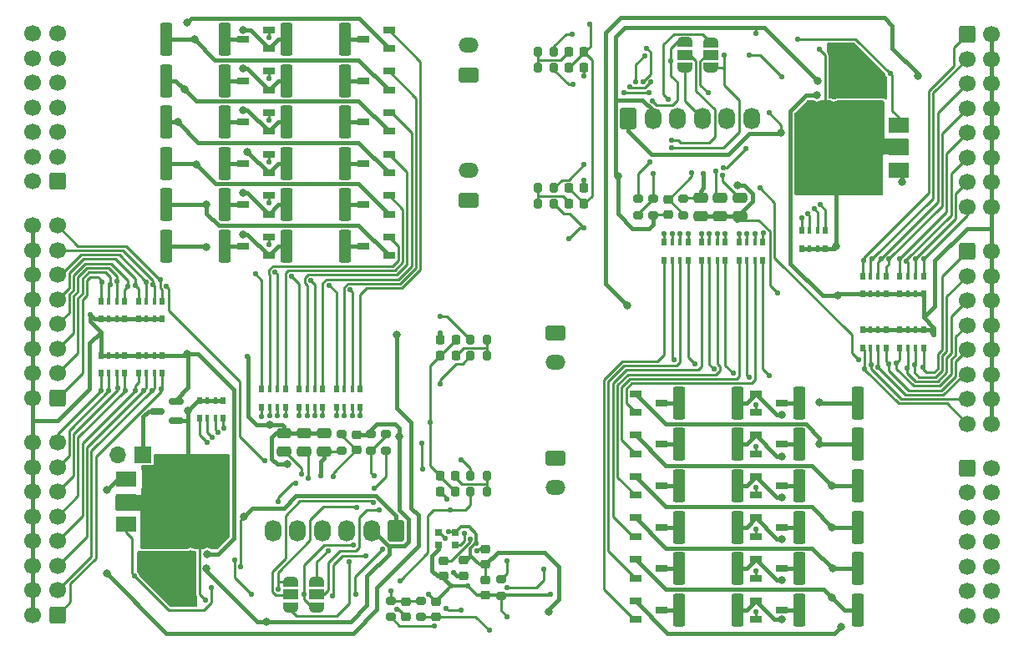
<source format=gbl>
%TF.GenerationSoftware,KiCad,Pcbnew,(6.0.9)*%
%TF.CreationDate,2023-03-24T14:57:06+01:00*%
%TF.ProjectId,bms_monitor,626d735f-6d6f-46e6-9974-6f722e6b6963,rev?*%
%TF.SameCoordinates,Original*%
%TF.FileFunction,Copper,L2,Bot*%
%TF.FilePolarity,Positive*%
%FSLAX46Y46*%
G04 Gerber Fmt 4.6, Leading zero omitted, Abs format (unit mm)*
G04 Created by KiCad (PCBNEW (6.0.9)) date 2023-03-24 14:57:06*
%MOMM*%
%LPD*%
G01*
G04 APERTURE LIST*
G04 Aperture macros list*
%AMRoundRect*
0 Rectangle with rounded corners*
0 $1 Rounding radius*
0 $2 $3 $4 $5 $6 $7 $8 $9 X,Y pos of 4 corners*
0 Add a 4 corners polygon primitive as box body*
4,1,4,$2,$3,$4,$5,$6,$7,$8,$9,$2,$3,0*
0 Add four circle primitives for the rounded corners*
1,1,$1+$1,$2,$3*
1,1,$1+$1,$4,$5*
1,1,$1+$1,$6,$7*
1,1,$1+$1,$8,$9*
0 Add four rect primitives between the rounded corners*
20,1,$1+$1,$2,$3,$4,$5,0*
20,1,$1+$1,$4,$5,$6,$7,0*
20,1,$1+$1,$6,$7,$8,$9,0*
20,1,$1+$1,$8,$9,$2,$3,0*%
%AMFreePoly0*
4,1,22,0.550000,-0.750000,0.000000,-0.750000,0.000000,-0.745033,-0.079941,-0.743568,-0.215256,-0.701293,-0.333266,-0.622738,-0.424486,-0.514219,-0.481581,-0.384460,-0.499164,-0.250000,-0.500000,-0.250000,-0.500000,0.250000,-0.499164,0.250000,-0.499963,0.256109,-0.478152,0.396186,-0.417904,0.524511,-0.324060,0.630769,-0.204165,0.706417,-0.067858,0.745374,0.000000,0.744959,0.000000,0.750000,
0.550000,0.750000,0.550000,-0.750000,0.550000,-0.750000,$1*%
%AMFreePoly1*
4,1,20,0.000000,0.744959,0.073905,0.744508,0.209726,0.703889,0.328688,0.626782,0.421226,0.519385,0.479903,0.390333,0.500000,0.250000,0.500000,-0.250000,0.499851,-0.262216,0.476331,-0.402017,0.414519,-0.529596,0.319384,-0.634700,0.198574,-0.708877,0.061801,-0.746166,0.000000,-0.745033,0.000000,-0.750000,-0.550000,-0.750000,-0.550000,0.750000,0.000000,0.750000,0.000000,0.744959,
0.000000,0.744959,$1*%
G04 Aperture macros list end*
%TA.AperFunction,SMDPad,CuDef*%
%ADD10RoundRect,0.150000X0.587500X0.150000X-0.587500X0.150000X-0.587500X-0.150000X0.587500X-0.150000X0*%
%TD*%
%TA.AperFunction,ComponentPad*%
%ADD11RoundRect,0.250000X-0.600000X-0.600000X0.600000X-0.600000X0.600000X0.600000X-0.600000X0.600000X0*%
%TD*%
%TA.AperFunction,ComponentPad*%
%ADD12C,1.700000*%
%TD*%
%TA.AperFunction,ComponentPad*%
%ADD13RoundRect,0.250001X0.759999X-0.499999X0.759999X0.499999X-0.759999X0.499999X-0.759999X-0.499999X0*%
%TD*%
%TA.AperFunction,ComponentPad*%
%ADD14O,2.020000X1.500000*%
%TD*%
%TA.AperFunction,ComponentPad*%
%ADD15RoundRect,0.250000X0.600000X0.600000X-0.600000X0.600000X-0.600000X-0.600000X0.600000X-0.600000X0*%
%TD*%
%TA.AperFunction,ComponentPad*%
%ADD16RoundRect,0.250000X-0.600000X0.850000X-0.600000X-0.850000X0.600000X-0.850000X0.600000X0.850000X0*%
%TD*%
%TA.AperFunction,ComponentPad*%
%ADD17O,1.700000X2.200000*%
%TD*%
%TA.AperFunction,ComponentPad*%
%ADD18RoundRect,0.250000X0.600000X-0.850000X0.600000X0.850000X-0.600000X0.850000X-0.600000X-0.850000X0*%
%TD*%
%TA.AperFunction,ComponentPad*%
%ADD19RoundRect,0.250001X-0.759999X0.499999X-0.759999X-0.499999X0.759999X-0.499999X0.759999X0.499999X0*%
%TD*%
%TA.AperFunction,ComponentPad*%
%ADD20O,1.700000X1.700000*%
%TD*%
%TA.AperFunction,ComponentPad*%
%ADD21R,1.700000X1.700000*%
%TD*%
%TA.AperFunction,SMDPad,CuDef*%
%ADD22RoundRect,0.250000X0.362500X1.425000X-0.362500X1.425000X-0.362500X-1.425000X0.362500X-1.425000X0*%
%TD*%
%TA.AperFunction,SMDPad,CuDef*%
%ADD23R,1.220000X0.650000*%
%TD*%
%TA.AperFunction,SMDPad,CuDef*%
%ADD24FreePoly0,90.000000*%
%TD*%
%TA.AperFunction,SMDPad,CuDef*%
%ADD25R,1.500000X1.000000*%
%TD*%
%TA.AperFunction,SMDPad,CuDef*%
%ADD26FreePoly1,90.000000*%
%TD*%
%TA.AperFunction,SMDPad,CuDef*%
%ADD27RoundRect,0.250000X-0.362500X-1.425000X0.362500X-1.425000X0.362500X1.425000X-0.362500X1.425000X0*%
%TD*%
%TA.AperFunction,SMDPad,CuDef*%
%ADD28RoundRect,0.200000X0.200000X0.275000X-0.200000X0.275000X-0.200000X-0.275000X0.200000X-0.275000X0*%
%TD*%
%TA.AperFunction,SMDPad,CuDef*%
%ADD29R,0.500000X0.800000*%
%TD*%
%TA.AperFunction,SMDPad,CuDef*%
%ADD30R,0.400000X0.800000*%
%TD*%
%TA.AperFunction,SMDPad,CuDef*%
%ADD31RoundRect,0.250000X-0.475000X0.250000X-0.475000X-0.250000X0.475000X-0.250000X0.475000X0.250000X0*%
%TD*%
%TA.AperFunction,SMDPad,CuDef*%
%ADD32RoundRect,0.200000X-0.275000X0.200000X-0.275000X-0.200000X0.275000X-0.200000X0.275000X0.200000X0*%
%TD*%
%TA.AperFunction,SMDPad,CuDef*%
%ADD33RoundRect,0.200000X-0.200000X-0.275000X0.200000X-0.275000X0.200000X0.275000X-0.200000X0.275000X0*%
%TD*%
%TA.AperFunction,SMDPad,CuDef*%
%ADD34RoundRect,0.225000X0.250000X-0.225000X0.250000X0.225000X-0.250000X0.225000X-0.250000X-0.225000X0*%
%TD*%
%TA.AperFunction,SMDPad,CuDef*%
%ADD35RoundRect,0.225000X-0.225000X-0.250000X0.225000X-0.250000X0.225000X0.250000X-0.225000X0.250000X0*%
%TD*%
%TA.AperFunction,SMDPad,CuDef*%
%ADD36R,2.000000X1.500000*%
%TD*%
%TA.AperFunction,SMDPad,CuDef*%
%ADD37R,2.000000X3.800000*%
%TD*%
%TA.AperFunction,SMDPad,CuDef*%
%ADD38RoundRect,0.187500X0.187500X-0.187500X0.187500X0.187500X-0.187500X0.187500X-0.187500X-0.187500X0*%
%TD*%
%TA.AperFunction,SMDPad,CuDef*%
%ADD39RoundRect,0.200000X0.275000X-0.200000X0.275000X0.200000X-0.275000X0.200000X-0.275000X-0.200000X0*%
%TD*%
%TA.AperFunction,SMDPad,CuDef*%
%ADD40RoundRect,0.225000X-0.250000X0.225000X-0.250000X-0.225000X0.250000X-0.225000X0.250000X0.225000X0*%
%TD*%
%TA.AperFunction,SMDPad,CuDef*%
%ADD41FreePoly0,270.000000*%
%TD*%
%TA.AperFunction,SMDPad,CuDef*%
%ADD42FreePoly1,270.000000*%
%TD*%
%TA.AperFunction,SMDPad,CuDef*%
%ADD43RoundRect,0.250000X0.475000X-0.250000X0.475000X0.250000X-0.475000X0.250000X-0.475000X-0.250000X0*%
%TD*%
%TA.AperFunction,SMDPad,CuDef*%
%ADD44RoundRect,0.225000X0.225000X0.250000X-0.225000X0.250000X-0.225000X-0.250000X0.225000X-0.250000X0*%
%TD*%
%TA.AperFunction,ViaPad*%
%ADD45C,0.550000*%
%TD*%
%TA.AperFunction,ViaPad*%
%ADD46C,0.800000*%
%TD*%
%TA.AperFunction,Conductor*%
%ADD47C,0.400000*%
%TD*%
%TA.AperFunction,Conductor*%
%ADD48C,0.250000*%
%TD*%
%TA.AperFunction,Conductor*%
%ADD49C,0.350000*%
%TD*%
G04 APERTURE END LIST*
D10*
X103401100Y-102377200D03*
X103401100Y-104277200D03*
X101526100Y-103327200D03*
D11*
X183600000Y-65100000D03*
D12*
X183600000Y-67600000D03*
X183600000Y-70100000D03*
X183600000Y-72600000D03*
X183600000Y-75100000D03*
X183600000Y-77600000D03*
X183600000Y-80100000D03*
X183600000Y-82600000D03*
X186100000Y-65100000D03*
X186100000Y-67600000D03*
X186100000Y-70100000D03*
X186100000Y-72600000D03*
X186100000Y-75100000D03*
X186100000Y-77600000D03*
X186100000Y-80100000D03*
X186100000Y-82600000D03*
D13*
X133100000Y-69200000D03*
D14*
X133100000Y-66200000D03*
D15*
X91400000Y-124000000D03*
D12*
X91400000Y-121500000D03*
X91400000Y-119000000D03*
X91400000Y-116500000D03*
X91400000Y-114000000D03*
X91400000Y-111500000D03*
X91400000Y-109000000D03*
X91400000Y-106500000D03*
X88900000Y-124000000D03*
X88900000Y-121500000D03*
X88900000Y-119000000D03*
X88900000Y-116500000D03*
X88900000Y-114000000D03*
X88900000Y-111500000D03*
X88900000Y-109000000D03*
X88900000Y-106500000D03*
D15*
X91400000Y-80000000D03*
D12*
X91400000Y-77500000D03*
X91400000Y-75000000D03*
X91400000Y-72500000D03*
X91400000Y-70000000D03*
X91400000Y-67500000D03*
X91400000Y-65000000D03*
X88900000Y-80000000D03*
X88900000Y-77500000D03*
X88900000Y-75000000D03*
X88900000Y-72500000D03*
X88900000Y-70000000D03*
X88900000Y-67500000D03*
X88900000Y-65000000D03*
D11*
X183600000Y-109100000D03*
D12*
X183600000Y-111600000D03*
X183600000Y-114100000D03*
X183600000Y-116600000D03*
X183600000Y-119100000D03*
X183600000Y-121600000D03*
X183600000Y-124100000D03*
X186100000Y-109100000D03*
X186100000Y-111600000D03*
X186100000Y-114100000D03*
X186100000Y-116600000D03*
X186100000Y-119100000D03*
X186100000Y-121600000D03*
X186100000Y-124100000D03*
D13*
X133096000Y-81915000D03*
D14*
X133096000Y-78915000D03*
D16*
X125750000Y-115430000D03*
D17*
X123250000Y-115430000D03*
X120750000Y-115430000D03*
X118250000Y-115430000D03*
X115750000Y-115430000D03*
X113250000Y-115430000D03*
D18*
X149250000Y-73670000D03*
D17*
X151750000Y-73670000D03*
X154250000Y-73670000D03*
X156750000Y-73670000D03*
X159250000Y-73670000D03*
X161750000Y-73670000D03*
D11*
X183600000Y-87100000D03*
D12*
X183600000Y-89600000D03*
X183600000Y-92100000D03*
X183600000Y-94600000D03*
X183600000Y-97100000D03*
X183600000Y-99600000D03*
X183600000Y-102100000D03*
X183600000Y-104600000D03*
X186100000Y-87100000D03*
X186100000Y-89600000D03*
X186100000Y-92100000D03*
X186100000Y-94600000D03*
X186100000Y-97100000D03*
X186100000Y-99600000D03*
X186100000Y-102100000D03*
X186100000Y-104600000D03*
D19*
X141900000Y-95400000D03*
D14*
X141900000Y-98400000D03*
D20*
X97541000Y-107746800D03*
D21*
X100081000Y-107746800D03*
D19*
X141900000Y-108102400D03*
D14*
X141900000Y-111102400D03*
D15*
X91400000Y-102000000D03*
D12*
X91400000Y-99500000D03*
X91400000Y-97000000D03*
X91400000Y-94500000D03*
X91400000Y-92000000D03*
X91400000Y-89500000D03*
X91400000Y-87000000D03*
X91400000Y-84500000D03*
X88900000Y-102000000D03*
X88900000Y-99500000D03*
X88900000Y-97000000D03*
X88900000Y-94500000D03*
X88900000Y-92000000D03*
X88900000Y-89500000D03*
X88900000Y-87000000D03*
X88900000Y-84500000D03*
D22*
X108362500Y-69800000D03*
X102437500Y-69800000D03*
D23*
X162190000Y-120250000D03*
X162190000Y-118350000D03*
X164810000Y-119300000D03*
X112810000Y-73050000D03*
X112810000Y-74950000D03*
X110190000Y-74000000D03*
D24*
X115052100Y-123220000D03*
D25*
X115052100Y-121920000D03*
D26*
X115052100Y-120620000D03*
D23*
X162190000Y-111850000D03*
X162190000Y-109950000D03*
X164810000Y-110900000D03*
D27*
X154437500Y-115100000D03*
X160362500Y-115100000D03*
D28*
X134925000Y-96100000D03*
X133275000Y-96100000D03*
D29*
X169246400Y-86817200D03*
D30*
X168446400Y-86817200D03*
X167646400Y-86817200D03*
D29*
X166846400Y-86817200D03*
X166846400Y-85017200D03*
D30*
X167646400Y-85017200D03*
X168446400Y-85017200D03*
D29*
X169246400Y-85017200D03*
D31*
X116400000Y-105550000D03*
X116400000Y-107450000D03*
D27*
X154437500Y-106700000D03*
X160362500Y-106700000D03*
X166637500Y-119300000D03*
X172562500Y-119300000D03*
D29*
X175400000Y-91450000D03*
D30*
X174600000Y-91450000D03*
X173800000Y-91450000D03*
D29*
X173000000Y-91450000D03*
X173000000Y-89650000D03*
D30*
X173800000Y-89650000D03*
X174600000Y-89650000D03*
D29*
X175400000Y-89650000D03*
D24*
X117703600Y-123220000D03*
D25*
X117703600Y-121920000D03*
D26*
X117703600Y-120620000D03*
D32*
X123200000Y-105675000D03*
X123200000Y-107325000D03*
D23*
X162190000Y-124450000D03*
X162190000Y-122550000D03*
X164810000Y-123500000D03*
D27*
X166637500Y-110900000D03*
X172562500Y-110900000D03*
D32*
X136347200Y-120383800D03*
X136347200Y-122033800D03*
D33*
X140075000Y-68500000D03*
X141725000Y-68500000D03*
D29*
X159100000Y-88000000D03*
D30*
X158300000Y-88000000D03*
X157500000Y-88000000D03*
D29*
X156700000Y-88000000D03*
X156700000Y-86200000D03*
D30*
X157500000Y-86200000D03*
X158300000Y-86200000D03*
D29*
X159100000Y-86200000D03*
D34*
X130505200Y-120053400D03*
X130505200Y-118503400D03*
D33*
X133250000Y-111500000D03*
X134900000Y-111500000D03*
D27*
X154437500Y-123500000D03*
X160362500Y-123500000D03*
D23*
X125010000Y-77250000D03*
X125010000Y-79150000D03*
X122390000Y-78200000D03*
D29*
X179200000Y-91450000D03*
D30*
X178400000Y-91450000D03*
X177600000Y-91450000D03*
D29*
X176800000Y-91450000D03*
X176800000Y-89650000D03*
D30*
X177600000Y-89650000D03*
X178400000Y-89650000D03*
D29*
X179200000Y-89650000D03*
D22*
X108362500Y-74000000D03*
X102437500Y-74000000D03*
D23*
X112810000Y-77250000D03*
X112810000Y-79150000D03*
X110190000Y-78200000D03*
D35*
X143225000Y-66900000D03*
X144775000Y-66900000D03*
D22*
X108362500Y-78200000D03*
X102437500Y-78200000D03*
D28*
X141725000Y-66900000D03*
X140075000Y-66900000D03*
D23*
X112810000Y-68850000D03*
X112810000Y-70750000D03*
X110190000Y-69800000D03*
D22*
X120562500Y-82400000D03*
X114637500Y-82400000D03*
D29*
X99600000Y-97650000D03*
D30*
X100400000Y-97650000D03*
X101200000Y-97650000D03*
D29*
X102000000Y-97650000D03*
X102000000Y-99450000D03*
D30*
X101200000Y-99450000D03*
X100400000Y-99450000D03*
D29*
X99600000Y-99450000D03*
D23*
X149990000Y-107650000D03*
X149990000Y-105750000D03*
X152610000Y-106700000D03*
X125010000Y-68850000D03*
X125010000Y-70750000D03*
X122390000Y-69800000D03*
D29*
X95800000Y-97650000D03*
D30*
X96600000Y-97650000D03*
X97400000Y-97650000D03*
D29*
X98200000Y-97650000D03*
X98200000Y-99450000D03*
D30*
X97400000Y-99450000D03*
X96600000Y-99450000D03*
D29*
X95800000Y-99450000D03*
D23*
X149990000Y-116050000D03*
X149990000Y-114150000D03*
X152610000Y-115100000D03*
D27*
X154437500Y-102500000D03*
X160362500Y-102500000D03*
D23*
X112810000Y-64650000D03*
X112810000Y-66550000D03*
X110190000Y-65600000D03*
D29*
X115900000Y-101100000D03*
D30*
X116700000Y-101100000D03*
X117500000Y-101100000D03*
D29*
X118300000Y-101100000D03*
X118300000Y-102900000D03*
D30*
X117500000Y-102900000D03*
X116700000Y-102900000D03*
D29*
X115900000Y-102900000D03*
D27*
X154437500Y-110900000D03*
X160362500Y-110900000D03*
X166637500Y-106700000D03*
X172562500Y-106700000D03*
D29*
X155300000Y-88000000D03*
D30*
X154500000Y-88000000D03*
X153700000Y-88000000D03*
D29*
X152900000Y-88000000D03*
X152900000Y-86200000D03*
D30*
X153700000Y-86200000D03*
X154500000Y-86200000D03*
D29*
X155300000Y-86200000D03*
D31*
X118400000Y-105550000D03*
X118400000Y-107450000D03*
D34*
X134772400Y-118885000D03*
X134772400Y-117335000D03*
D29*
X102000000Y-94000000D03*
D30*
X101200000Y-94000000D03*
X100400000Y-94000000D03*
D29*
X99600000Y-94000000D03*
X99600000Y-92200000D03*
D30*
X100400000Y-92200000D03*
X101200000Y-92200000D03*
D29*
X102000000Y-92200000D03*
X105784800Y-102274800D03*
D30*
X106584800Y-102274800D03*
X107384800Y-102274800D03*
D29*
X108184800Y-102274800D03*
X108184800Y-104074800D03*
D30*
X107384800Y-104074800D03*
X106584800Y-104074800D03*
D29*
X105784800Y-104074800D03*
D28*
X134900000Y-109900000D03*
X133250000Y-109900000D03*
D36*
X98350000Y-114800000D03*
D37*
X104650000Y-112500000D03*
D36*
X98350000Y-112500000D03*
X98350000Y-110200000D03*
D38*
X131685800Y-116906200D03*
X130035800Y-116906200D03*
X130035800Y-115656200D03*
X131685800Y-115656200D03*
D35*
X143250000Y-80700000D03*
X144800000Y-80700000D03*
D23*
X125010000Y-64650000D03*
X125010000Y-66550000D03*
X122390000Y-65600000D03*
X149990000Y-124450000D03*
X149990000Y-122550000D03*
X152610000Y-123500000D03*
D39*
X125171200Y-124218200D03*
X125171200Y-122568200D03*
D29*
X176800000Y-95100000D03*
D30*
X177600000Y-95100000D03*
X178400000Y-95100000D03*
D29*
X179200000Y-95100000D03*
X179200000Y-96900000D03*
D30*
X178400000Y-96900000D03*
X177600000Y-96900000D03*
D29*
X176800000Y-96900000D03*
D35*
X143250000Y-82300000D03*
X144800000Y-82300000D03*
D23*
X112810000Y-81450000D03*
X112810000Y-83350000D03*
X110190000Y-82400000D03*
D40*
X134772400Y-120433800D03*
X134772400Y-121983800D03*
D27*
X166637500Y-102500000D03*
X172562500Y-102500000D03*
D41*
X155000700Y-65883000D03*
D25*
X155000700Y-67183000D03*
D42*
X155000700Y-68483000D03*
D43*
X160600000Y-83550000D03*
X160600000Y-81650000D03*
D23*
X162190000Y-103450000D03*
X162190000Y-101550000D03*
X164810000Y-102500000D03*
X125010000Y-73050000D03*
X125010000Y-74950000D03*
X122390000Y-74000000D03*
D29*
X119700000Y-101100000D03*
D30*
X120500000Y-101100000D03*
X121300000Y-101100000D03*
D29*
X122100000Y-101100000D03*
X122100000Y-102900000D03*
D30*
X121300000Y-102900000D03*
X120500000Y-102900000D03*
D29*
X119700000Y-102900000D03*
D27*
X154437500Y-119300000D03*
X160362500Y-119300000D03*
X166637500Y-123500000D03*
X172562500Y-123500000D03*
D44*
X131750000Y-109900000D03*
X130200000Y-109900000D03*
D23*
X162190000Y-107650000D03*
X162190000Y-105750000D03*
X164810000Y-106700000D03*
D34*
X129743200Y-124168200D03*
X129743200Y-122618200D03*
D23*
X112810000Y-85650000D03*
X112810000Y-87550000D03*
X110190000Y-86600000D03*
D29*
X162900000Y-88000000D03*
D30*
X162100000Y-88000000D03*
X161300000Y-88000000D03*
D29*
X160500000Y-88000000D03*
X160500000Y-86200000D03*
D30*
X161300000Y-86200000D03*
X162100000Y-86200000D03*
D29*
X162900000Y-86200000D03*
D23*
X149990000Y-103450000D03*
X149990000Y-101550000D03*
X152610000Y-102500000D03*
D29*
X173000000Y-95100000D03*
D30*
X173800000Y-95100000D03*
X174600000Y-95100000D03*
D29*
X175400000Y-95100000D03*
X175400000Y-96900000D03*
D30*
X174600000Y-96900000D03*
X173800000Y-96900000D03*
D29*
X173000000Y-96900000D03*
D44*
X131775000Y-97700000D03*
X130225000Y-97700000D03*
D40*
X153300000Y-81825000D03*
X153300000Y-83375000D03*
D28*
X141750000Y-80700000D03*
X140100000Y-80700000D03*
D23*
X125010000Y-81450000D03*
X125010000Y-83350000D03*
X122390000Y-82400000D03*
D22*
X108362500Y-82400000D03*
X102437500Y-82400000D03*
D23*
X149990000Y-120250000D03*
X149990000Y-118350000D03*
X152610000Y-119300000D03*
D22*
X120562500Y-86600000D03*
X114637500Y-86600000D03*
D39*
X151800000Y-83425000D03*
X151800000Y-81775000D03*
D29*
X98200000Y-94000000D03*
D30*
X97400000Y-94000000D03*
X96600000Y-94000000D03*
D29*
X95800000Y-94000000D03*
X95800000Y-92200000D03*
D30*
X96600000Y-92200000D03*
X97400000Y-92200000D03*
D29*
X98200000Y-92200000D03*
D41*
X157642300Y-65908400D03*
D25*
X157642300Y-67208400D03*
D42*
X157642300Y-68508400D03*
D44*
X131750000Y-111500000D03*
X130200000Y-111500000D03*
D34*
X121700000Y-107275000D03*
X121700000Y-105725000D03*
D39*
X120200000Y-107325000D03*
X120200000Y-105675000D03*
D35*
X143225000Y-68500000D03*
X144775000Y-68500000D03*
D39*
X150300000Y-83425000D03*
X150300000Y-81775000D03*
D40*
X126695200Y-122618200D03*
X126695200Y-124168200D03*
D27*
X166637500Y-115100000D03*
X172562500Y-115100000D03*
D22*
X120562500Y-69800000D03*
X114637500Y-69800000D03*
X108362500Y-65600000D03*
X102437500Y-65600000D03*
D32*
X154800000Y-81775000D03*
X154800000Y-83425000D03*
D40*
X132588000Y-118452600D03*
X132588000Y-120002600D03*
D22*
X108362500Y-86600000D03*
X102437500Y-86600000D03*
D44*
X131775000Y-96100000D03*
X130225000Y-96100000D03*
D22*
X120562500Y-65600000D03*
X114637500Y-65600000D03*
D36*
X176650000Y-74300000D03*
D37*
X170350000Y-76600000D03*
D36*
X176650000Y-76600000D03*
X176650000Y-78900000D03*
D33*
X133275000Y-97700000D03*
X134925000Y-97700000D03*
D32*
X124700000Y-105675000D03*
X124700000Y-107325000D03*
D43*
X156600000Y-83550000D03*
X156600000Y-81650000D03*
D22*
X120562500Y-78200000D03*
X114637500Y-78200000D03*
D23*
X125010000Y-85650000D03*
X125010000Y-87550000D03*
X122390000Y-86600000D03*
D39*
X128219200Y-124218200D03*
X128219200Y-122568200D03*
D33*
X140100000Y-82300000D03*
X141750000Y-82300000D03*
D23*
X149990000Y-111850000D03*
X149990000Y-109950000D03*
X152610000Y-110900000D03*
D43*
X158600000Y-83550000D03*
X158600000Y-81650000D03*
D31*
X114400000Y-105550000D03*
X114400000Y-107450000D03*
D23*
X162190000Y-116050000D03*
X162190000Y-114150000D03*
X164810000Y-115100000D03*
D29*
X112100000Y-101100000D03*
D30*
X112900000Y-101100000D03*
X113700000Y-101100000D03*
D29*
X114500000Y-101100000D03*
X114500000Y-102900000D03*
D30*
X113700000Y-102900000D03*
X112900000Y-102900000D03*
D29*
X112100000Y-102900000D03*
D22*
X120562500Y-74000000D03*
X114637500Y-74000000D03*
D45*
X144800000Y-78300000D03*
X149418339Y-70451000D03*
X151552863Y-69950198D03*
D46*
X141173200Y-123698000D03*
D45*
X131021427Y-115569771D03*
X133873651Y-116747444D03*
D46*
X114678314Y-108674203D03*
X112929271Y-104674012D03*
D45*
X129150500Y-104439401D03*
D46*
X106600000Y-117800000D03*
X112586800Y-124663700D03*
D45*
X129045973Y-121920973D03*
D46*
X101500000Y-119400000D03*
X126034800Y-105867200D03*
X103800000Y-118700000D03*
D45*
X133921500Y-117536618D03*
D46*
X103600000Y-119700000D03*
X102300000Y-118700000D03*
X104500500Y-97500000D03*
X104900000Y-117800000D03*
D45*
X94725000Y-93575000D03*
X131572000Y-119717200D03*
X137007600Y-124155200D03*
X131305000Y-121056400D03*
D46*
X106524500Y-119300000D03*
X104900000Y-119300000D03*
X100600000Y-118700000D03*
D45*
X141376400Y-121869200D03*
X125833813Y-123441787D03*
X132994400Y-121056400D03*
X110623911Y-97776089D03*
X133224151Y-116293119D03*
X135178800Y-125577600D03*
X107200000Y-115000000D03*
D46*
X108100000Y-111900000D03*
D45*
X118099000Y-109866063D03*
D46*
X104650000Y-103278400D03*
D45*
X125211800Y-121528800D03*
D46*
X110258932Y-114058932D03*
X108100000Y-110100000D03*
D45*
X106400353Y-122499647D03*
D46*
X108100000Y-111000000D03*
D45*
X109980000Y-119126000D03*
X116846334Y-110132542D03*
X116176376Y-109684251D03*
X99300000Y-90600000D03*
X97523911Y-101023911D03*
X119320023Y-109920022D03*
D46*
X170100000Y-71300000D03*
X171200000Y-70400000D03*
X170499500Y-91600000D03*
X168400000Y-71300000D03*
X172700000Y-70400000D03*
D45*
X162200000Y-65000000D03*
D46*
X171400000Y-69400000D03*
X170100000Y-69800000D03*
D45*
X180275000Y-95525000D03*
D46*
X168475500Y-69800000D03*
D45*
X145385534Y-64031504D03*
D46*
X160321686Y-80425797D03*
X148199500Y-79451200D03*
D45*
X160300000Y-84000000D03*
D46*
X174400000Y-70400000D03*
D45*
X164376089Y-91323911D03*
D46*
X173500000Y-69700000D03*
D45*
X158153666Y-78967458D03*
X158823624Y-79415749D03*
X155679977Y-79179978D03*
D46*
X96400000Y-111335200D03*
D45*
X119278400Y-122072400D03*
X122631200Y-117983000D03*
X130200000Y-100557200D03*
X121615200Y-121900000D03*
X124342642Y-117345769D03*
X130210000Y-93710000D03*
X131216400Y-113334800D03*
X126107305Y-120507051D03*
X118821200Y-117500400D03*
X120954800Y-118584500D03*
X153287000Y-71651400D03*
X121700000Y-113069500D03*
X113741200Y-121412000D03*
X116382800Y-121920000D03*
X121361200Y-116890800D03*
X113743911Y-112473911D03*
X115570000Y-110625500D03*
X111099600Y-121920000D03*
X109380500Y-118461505D03*
X153619200Y-76592300D03*
X158950497Y-67200000D03*
X151689994Y-71818305D03*
X153593800Y-67767200D03*
X158895627Y-78600000D03*
X161188400Y-76675500D03*
X164846000Y-69443600D03*
X161535600Y-67200000D03*
D46*
X106525200Y-82400000D03*
X106503899Y-86637701D03*
X110200000Y-81200000D03*
X110200000Y-85400000D03*
X168676000Y-106700000D03*
X168656000Y-102462299D03*
X164800000Y-107900000D03*
X164800000Y-103700000D03*
D45*
X111450500Y-89400000D03*
X112800000Y-86400000D03*
X113474161Y-89200000D03*
X112800000Y-82200000D03*
X115123026Y-89650490D03*
X112800000Y-78000000D03*
X112800000Y-73800000D03*
X117073661Y-90099500D03*
X118973911Y-90549500D03*
X112800000Y-69600000D03*
X121089562Y-90999500D03*
X112800000Y-65400000D03*
X162200000Y-102700000D03*
X163549500Y-99700000D03*
X162200000Y-106900000D03*
X161525839Y-99900000D03*
X162200000Y-111100000D03*
X159876974Y-99449510D03*
X157926339Y-99000500D03*
X162200000Y-115300000D03*
X156026089Y-98550500D03*
X162200000Y-119500000D03*
X162200000Y-123700000D03*
X153910438Y-98100500D03*
X129590421Y-125120021D03*
X120500000Y-103800000D03*
X121300000Y-103800000D03*
X122100000Y-103800000D03*
X115900000Y-103800000D03*
X116700000Y-103800000D03*
X117500000Y-103800000D03*
X118300000Y-103800000D03*
X112078668Y-103826491D03*
X112900000Y-103800000D03*
X113700000Y-103800000D03*
X114500000Y-103800000D03*
D46*
X104552800Y-63900000D03*
X110200000Y-64675498D03*
X105274800Y-65600000D03*
X110200000Y-68600000D03*
X104292400Y-70713600D03*
X110200000Y-72800000D03*
X103600000Y-74000000D03*
X110660000Y-77000000D03*
X105511600Y-78333600D03*
D45*
X154500000Y-85300000D03*
X153700000Y-85300000D03*
X152900000Y-85300000D03*
X159100000Y-85300000D03*
X158300000Y-85300000D03*
X157500000Y-85300000D03*
X156700000Y-85300000D03*
X162921332Y-85273509D03*
X162100000Y-85300000D03*
X161300000Y-85300000D03*
X160500000Y-85300000D03*
D46*
X170812000Y-125200500D03*
X164800000Y-124424502D03*
X169875200Y-122224800D03*
X164800000Y-120500000D03*
X169955200Y-119300000D03*
X164800000Y-116300000D03*
X169926000Y-115112800D03*
X164800000Y-112100000D03*
X169926000Y-110896400D03*
D45*
X130674179Y-116233980D03*
X132624151Y-115693619D03*
X96623911Y-101223911D03*
X95800000Y-101200000D03*
X119700000Y-103800000D03*
X99200000Y-120000000D03*
X107004298Y-121180868D03*
X112447231Y-108316835D03*
X102449500Y-90634100D03*
X106532518Y-106485139D03*
X107055804Y-105948551D03*
X108240485Y-105018154D03*
X107634802Y-105471198D03*
X155300000Y-85300000D03*
X166438000Y-65600000D03*
X175800000Y-69100000D03*
X172603100Y-98095975D03*
X162600000Y-80700000D03*
X168678028Y-82350550D03*
X168090332Y-82815702D03*
X166822800Y-83722800D03*
X167487600Y-83261200D03*
D46*
X96400000Y-119800000D03*
X125800000Y-95574000D03*
X178600000Y-69300000D03*
X149200000Y-92600000D03*
X177000000Y-80100000D03*
D45*
X175700000Y-98500000D03*
X100400000Y-90200000D03*
X101100000Y-90500000D03*
X101799500Y-89980568D03*
X101900000Y-101100000D03*
X101000000Y-101200000D03*
X100100000Y-101200000D03*
X99300000Y-101200000D03*
X98249216Y-101212818D03*
X177476089Y-88076089D03*
X178376089Y-87876089D03*
X179200000Y-87900000D03*
X136956800Y-118516400D03*
X174600000Y-98900000D03*
X173900000Y-98600000D03*
X173200500Y-98999592D03*
X173100000Y-88000000D03*
X174000000Y-87900000D03*
X174900000Y-87900000D03*
X175700000Y-87900000D03*
X176750784Y-87887182D03*
X95900000Y-90200000D03*
X96750000Y-90450000D03*
X97450000Y-90150000D03*
X98550000Y-90650000D03*
X179100000Y-98900000D03*
X178250000Y-98650000D03*
X177550000Y-98950000D03*
X176450000Y-98450000D03*
X148818339Y-71050500D03*
X144800000Y-84700000D03*
X151358600Y-71018400D03*
X143230500Y-85800000D03*
X130896371Y-112217200D03*
X130210000Y-95366502D03*
X144800000Y-79900000D03*
X144800000Y-69300000D03*
X128328689Y-106535489D03*
X132283200Y-108305600D03*
X128424500Y-109220000D03*
X150761260Y-69893979D03*
X151124700Y-66499500D03*
X143611600Y-65074800D03*
X143662400Y-70205600D03*
X150012400Y-69925000D03*
X150910808Y-67264291D03*
D46*
X166900000Y-78100000D03*
X170332400Y-86614000D03*
D45*
X163550000Y-73086924D03*
D46*
X164741068Y-75041068D03*
X166900000Y-77200000D03*
X166900000Y-79000000D03*
D45*
X156901000Y-79233937D03*
X167800000Y-74100000D03*
X168599647Y-66600353D03*
X136956800Y-121198700D03*
X140726900Y-119329200D03*
X130822000Y-123330400D03*
X132298400Y-123516577D03*
X123456706Y-112624994D03*
X123494800Y-111150400D03*
X123494800Y-109880400D03*
X124053600Y-113334800D03*
X151485600Y-78079600D03*
X157376378Y-71051900D03*
X151794447Y-79218552D03*
X153619200Y-75819000D03*
D47*
X100081000Y-103881000D02*
X100634800Y-103327200D01*
X100081000Y-107746800D02*
X100081000Y-103881000D01*
X100634800Y-103327200D02*
X101526100Y-103327200D01*
X103401100Y-104277200D02*
X104616400Y-104277200D01*
X104616400Y-104277200D02*
X104650000Y-104243600D01*
X104650000Y-103278400D02*
X104650000Y-104243600D01*
X104650000Y-104243600D02*
X104650000Y-112500000D01*
X105653600Y-102274800D02*
X108184800Y-102274800D01*
X104650000Y-103278400D02*
X105653600Y-102274800D01*
X104648000Y-97647500D02*
X104500500Y-97500000D01*
X104648000Y-100888800D02*
X104648000Y-97647500D01*
X103401100Y-102135700D02*
X104648000Y-100888800D01*
X103401100Y-102377200D02*
X103401100Y-102135700D01*
D48*
X150978061Y-70525000D02*
X149492339Y-70525000D01*
X149492339Y-70525000D02*
X149418339Y-70451000D01*
X143200000Y-79900000D02*
X142550000Y-79900000D01*
X144800000Y-78300000D02*
X143200000Y-79900000D01*
X142550000Y-79900000D02*
X141750000Y-80700000D01*
X151552863Y-69950198D02*
X150978061Y-70525000D01*
D47*
X132799600Y-118452600D02*
X133271500Y-117980700D01*
X140766800Y-117652800D02*
X136004600Y-117652800D01*
D49*
X134175800Y-118885000D02*
X134772400Y-118885000D01*
X133791435Y-116747444D02*
X133271500Y-117267379D01*
D47*
X142189200Y-122377200D02*
X142189200Y-119075200D01*
X141173200Y-123393200D02*
X142189200Y-122377200D01*
D49*
X133873651Y-115763451D02*
X133153819Y-115043619D01*
D48*
X131599371Y-115569771D02*
X131685800Y-115656200D01*
D49*
X133873651Y-116747444D02*
X133873651Y-115763451D01*
X133271500Y-117267379D02*
X133271500Y-117980700D01*
X133873651Y-116747444D02*
X133791435Y-116747444D01*
D47*
X142189200Y-119075200D02*
X140766800Y-117652800D01*
X132588000Y-118452600D02*
X132799600Y-118452600D01*
D49*
X133153819Y-115043619D02*
X132298381Y-115043619D01*
D47*
X141173200Y-123698000D02*
X141173200Y-123393200D01*
D49*
X133271500Y-117980700D02*
X134175800Y-118885000D01*
X132298381Y-115043619D02*
X131685800Y-115656200D01*
D48*
X134772400Y-120433800D02*
X134772400Y-118885000D01*
X131021427Y-115569771D02*
X131599371Y-115569771D01*
D47*
X136004600Y-117652800D02*
X134772400Y-118885000D01*
D49*
X133921800Y-121983800D02*
X137260800Y-121983800D01*
D47*
X113100000Y-108147000D02*
X113653000Y-108700000D01*
X95800000Y-97650000D02*
X95800000Y-95300000D01*
D48*
X129184400Y-108884400D02*
X129184400Y-98740600D01*
D49*
X137260800Y-121983800D02*
X137261600Y-121983000D01*
D47*
X112929271Y-104674012D02*
X111532012Y-104674012D01*
X106524500Y-119529300D02*
X111695200Y-124700000D01*
D49*
X131305000Y-121056400D02*
X129743200Y-122618200D01*
D47*
X114199012Y-104674012D02*
X114400000Y-104875000D01*
D48*
X110693200Y-97845378D02*
X110623911Y-97776089D01*
X133921500Y-117536618D02*
X134224718Y-117233400D01*
D47*
X125017642Y-117806358D02*
X125017642Y-117042042D01*
X107700000Y-117800000D02*
X109300000Y-116200000D01*
X95800000Y-95300000D02*
X94725000Y-94225000D01*
X121121200Y-124700000D02*
X122783600Y-123037600D01*
X131305000Y-121056400D02*
X130505200Y-120256600D01*
D49*
X137261600Y-121983000D02*
X141262600Y-121983000D01*
D47*
X105628000Y-97500000D02*
X104500500Y-97500000D01*
X95150000Y-94000000D02*
X94725000Y-93575000D01*
X94725000Y-94225000D02*
X94725000Y-93575000D01*
X106600000Y-117800000D02*
X107700000Y-117800000D01*
X131857400Y-120002600D02*
X131572000Y-119717200D01*
X111695200Y-124700000D02*
X121121200Y-124700000D01*
X104500500Y-97500000D02*
X104350500Y-97650000D01*
X122783600Y-120040400D02*
X125017642Y-117806358D01*
X121700000Y-105725000D02*
X123150000Y-105725000D01*
X109300000Y-116200000D02*
X109300000Y-101172000D01*
X94650000Y-101050000D02*
X94650000Y-96450000D01*
D49*
X132994400Y-121056400D02*
X131914600Y-121056400D01*
D47*
X129908600Y-120053400D02*
X130505200Y-120053400D01*
X123200000Y-105196800D02*
X123799600Y-104597200D01*
X109300000Y-101172000D02*
X105628000Y-97500000D01*
X102000000Y-94000000D02*
X95800000Y-94000000D01*
X114400000Y-105550000D02*
X118400000Y-105550000D01*
D49*
X132994400Y-121056400D02*
X133921800Y-121983800D01*
D48*
X137007600Y-124155200D02*
X136347200Y-123494800D01*
D47*
X132588000Y-120002600D02*
X131857400Y-120002600D01*
X94650000Y-96450000D02*
X95800000Y-95300000D01*
D49*
X131927600Y-121056400D02*
X131305000Y-121056400D01*
D47*
X124943161Y-116992400D02*
X123380761Y-115430000D01*
X126556839Y-116992400D02*
X124943161Y-116992400D01*
X129387600Y-119532400D02*
X129908600Y-120053400D01*
D48*
X129500000Y-109200000D02*
X129184400Y-108884400D01*
D47*
X122783600Y-123037600D02*
X122783600Y-120040400D01*
X127000000Y-116549239D02*
X126556839Y-116992400D01*
D49*
X141262600Y-121983000D02*
X141376400Y-121869200D01*
D47*
X113100000Y-105975000D02*
X113100000Y-108147000D01*
X113653000Y-108700000D02*
X114652517Y-108700000D01*
D48*
X129500000Y-109200000D02*
X130200000Y-109900000D01*
D47*
X129387600Y-118008400D02*
X129387600Y-119532400D01*
X126034800Y-105034800D02*
X126034800Y-105867200D01*
X114400000Y-104875000D02*
X114400000Y-105550000D01*
X114652517Y-108700000D02*
X114678314Y-108674203D01*
X130505200Y-120256600D02*
X130505200Y-120053400D01*
X111532012Y-104674012D02*
X110693200Y-103835200D01*
X88900000Y-104300000D02*
X88900000Y-124000000D01*
X127000000Y-114310761D02*
X127000000Y-116549239D01*
X123799600Y-104597200D02*
X125597200Y-104597200D01*
X126034800Y-105867200D02*
X126034800Y-113345561D01*
D48*
X129184400Y-98740600D02*
X130225000Y-97700000D01*
D47*
X110693200Y-103835200D02*
X110693200Y-97845378D01*
D49*
X129045973Y-121920973D02*
X129743200Y-122618200D01*
D47*
X130035800Y-117360200D02*
X129387600Y-118008400D01*
X88900000Y-104300000D02*
X88900000Y-84500000D01*
X126034800Y-113345561D02*
X127000000Y-114310761D01*
D48*
X134224718Y-117233400D02*
X134670800Y-117233400D01*
D47*
X125597200Y-104597200D02*
X126034800Y-105034800D01*
D48*
X125981787Y-123441787D02*
X126695200Y-124155200D01*
D47*
X95800000Y-94000000D02*
X95150000Y-94000000D01*
D48*
X125833813Y-123441787D02*
X125981787Y-123441787D01*
D47*
X123200000Y-105675000D02*
X123200000Y-105196800D01*
X114400000Y-105550000D02*
X113525000Y-105550000D01*
X112929271Y-104674012D02*
X114199012Y-104674012D01*
D48*
X130225000Y-97650000D02*
X131775000Y-96100000D01*
X136347200Y-123494800D02*
X136347200Y-122033800D01*
D47*
X102000000Y-97650000D02*
X95800000Y-97650000D01*
X130035800Y-116906200D02*
X130035800Y-117360200D01*
X106524500Y-119300000D02*
X106524500Y-119529300D01*
D48*
X130200000Y-109950000D02*
X131750000Y-111500000D01*
D47*
X91400000Y-104300000D02*
X88900000Y-104300000D01*
X113525000Y-105550000D02*
X113100000Y-105975000D01*
X91400000Y-104300000D02*
X94650000Y-101050000D01*
X104350500Y-97650000D02*
X102000000Y-97650000D01*
D48*
X131259692Y-118503400D02*
X130505200Y-118503400D01*
X133224151Y-116538941D02*
X131259692Y-118503400D01*
X133224151Y-116293119D02*
X133224151Y-116538941D01*
X128219200Y-124218200D02*
X129693200Y-124218200D01*
X129743200Y-124168200D02*
X133769400Y-124168200D01*
X133769400Y-124168200D02*
X135178800Y-125577600D01*
X105800000Y-116400000D02*
X107200000Y-115000000D01*
X128219200Y-122568200D02*
X125171200Y-122568200D01*
D47*
X125750000Y-115430000D02*
X125750000Y-113964400D01*
X111168953Y-113148911D02*
X110258932Y-114058932D01*
X118400000Y-108100000D02*
X118099000Y-108401000D01*
X118400000Y-107450000D02*
X118400000Y-108100000D01*
D48*
X109980500Y-119125500D02*
X109980500Y-114337364D01*
X118400000Y-107450000D02*
X120075000Y-107450000D01*
D47*
X118099000Y-108401000D02*
X118099000Y-109866063D01*
D48*
X109980000Y-119126000D02*
X109980500Y-119125500D01*
X125171200Y-121569400D02*
X125211800Y-121528800D01*
D47*
X125750000Y-113964400D02*
X123698000Y-111912400D01*
X115570000Y-111912400D02*
X114333489Y-113148911D01*
D48*
X109980500Y-114337364D02*
X110258932Y-114058932D01*
D47*
X114333489Y-113148911D02*
X111168953Y-113148911D01*
D48*
X105800000Y-121899294D02*
X105800000Y-116400000D01*
X125171200Y-122568200D02*
X125171200Y-121569400D01*
D47*
X123698000Y-111912400D02*
X115570000Y-111912400D01*
D48*
X106400353Y-122499647D02*
X105800000Y-121899294D01*
X116846334Y-110132542D02*
X116846334Y-107896334D01*
X116846334Y-107896334D02*
X116400000Y-107450000D01*
X116176376Y-109146960D02*
X116176376Y-109684251D01*
X114479416Y-107450000D02*
X116176376Y-109146960D01*
X92575000Y-90825000D02*
X92575000Y-89329416D01*
X99300000Y-89900000D02*
X99300000Y-90600000D01*
X99600000Y-92200000D02*
X99600000Y-90900000D01*
X92575000Y-89329416D02*
X94004416Y-87900000D01*
X97300000Y-87900000D02*
X99300000Y-89900000D01*
X99600000Y-90900000D02*
X99300000Y-90600000D01*
X94004416Y-87900000D02*
X97300000Y-87900000D01*
X91400000Y-92000000D02*
X92575000Y-90825000D01*
X97400000Y-99450000D02*
X97400000Y-100900000D01*
X97523911Y-101176089D02*
X97523911Y-101023911D01*
X97400000Y-100900000D02*
X97523911Y-101023911D01*
X91400000Y-111500000D02*
X93025000Y-109875000D01*
X93025000Y-105675000D02*
X97523911Y-101176089D01*
X93025000Y-109875000D02*
X93025000Y-105675000D01*
X119320023Y-109579977D02*
X121625000Y-107275000D01*
X119320023Y-109920022D02*
X119320023Y-109579977D01*
X120200000Y-105775000D02*
X121700000Y-107275000D01*
X134900000Y-111500000D02*
X134900000Y-110675000D01*
X132375000Y-110700000D02*
X134875000Y-110700000D01*
X134875000Y-110700000D02*
X134900000Y-110675000D01*
X134900000Y-110675000D02*
X134900000Y-109900000D01*
X131750000Y-109900000D02*
X131750000Y-110075000D01*
X131750000Y-110075000D02*
X132375000Y-110700000D01*
X134925000Y-96875000D02*
X134925000Y-97700000D01*
X132575000Y-96900000D02*
X134900000Y-96900000D01*
X134925000Y-96100000D02*
X134925000Y-96875000D01*
X131775000Y-97700000D02*
X132575000Y-96900000D01*
D47*
X179200000Y-93800000D02*
X180275000Y-94875000D01*
X150717800Y-71800000D02*
X151750000Y-72832200D01*
X148900000Y-64400000D02*
X148000000Y-65300000D01*
X161000000Y-80400000D02*
X160347483Y-80400000D01*
D48*
X153300000Y-83375000D02*
X151850000Y-83375000D01*
D47*
X148199500Y-83327900D02*
X149656800Y-84785200D01*
X170499500Y-91600000D02*
X170649500Y-91450000D01*
X149656800Y-84785200D02*
X151384000Y-84785200D01*
X148000000Y-79251700D02*
X148000000Y-71800000D01*
D48*
X162200000Y-65000000D02*
X162200000Y-64400000D01*
D47*
X148199500Y-79451200D02*
X148000000Y-79251700D01*
D48*
X163600000Y-85103648D02*
X162496352Y-84000000D01*
X143250000Y-80700000D02*
X144800000Y-82250000D01*
D47*
X180350000Y-92650000D02*
X179200000Y-93800000D01*
X163075500Y-64400000D02*
X162200000Y-64400000D01*
D48*
X162496352Y-84000000D02*
X160300000Y-84000000D01*
D47*
X162200000Y-64400000D02*
X148900000Y-64400000D01*
D48*
X163600000Y-90547822D02*
X163600000Y-85103648D01*
D47*
X180350000Y-88050000D02*
X180350000Y-92650000D01*
X165700000Y-72900000D02*
X165700000Y-88331600D01*
X168400000Y-71300000D02*
X167300000Y-71300000D01*
X160600000Y-83300000D02*
X161900000Y-82000000D01*
X179200000Y-91450000D02*
X179200000Y-93800000D01*
X148000000Y-71800000D02*
X150717800Y-71800000D01*
X168475500Y-69800000D02*
X163075500Y-64400000D01*
X173000000Y-91450000D02*
X179200000Y-91450000D01*
X186100000Y-84800000D02*
X186100000Y-65100000D01*
X161900000Y-81300000D02*
X161000000Y-80400000D01*
D48*
X144800000Y-82250000D02*
X145575000Y-81475000D01*
D47*
X183600000Y-84800000D02*
X186100000Y-84800000D01*
X179200000Y-95100000D02*
X179850000Y-95100000D01*
D48*
X145575000Y-67700000D02*
X144775000Y-66900000D01*
D47*
X165700000Y-88331600D02*
X168968400Y-91600000D01*
X151750000Y-72832200D02*
X151750000Y-73670000D01*
X186100000Y-84800000D02*
X186100000Y-104600000D01*
D48*
X164376089Y-91323911D02*
X163600000Y-90547822D01*
D47*
X168968400Y-91600000D02*
X170499500Y-91600000D01*
X179850000Y-95100000D02*
X180275000Y-95525000D01*
D48*
X145400500Y-66324500D02*
X144775000Y-66950000D01*
D47*
X161900000Y-82000000D02*
X161900000Y-81300000D01*
X167300000Y-71300000D02*
X165700000Y-72900000D01*
X180275000Y-94875000D02*
X180275000Y-95525000D01*
D48*
X145400500Y-64251471D02*
X145400500Y-66324500D01*
D47*
X173000000Y-95100000D02*
X179200000Y-95100000D01*
X160600000Y-83550000D02*
X156600000Y-83550000D01*
X151384000Y-84785200D02*
X151800000Y-84369200D01*
X160347483Y-80400000D02*
X160321686Y-80425797D01*
D48*
X145385534Y-64236505D02*
X145400500Y-64251471D01*
D47*
X148000000Y-65300000D02*
X148000000Y-71800000D01*
X170649500Y-91450000D02*
X173000000Y-91450000D01*
D48*
X144775000Y-66950000D02*
X143225000Y-68500000D01*
D47*
X148199500Y-79451200D02*
X148199500Y-83327900D01*
X151800000Y-84369200D02*
X151800000Y-83425000D01*
X183600000Y-84800000D02*
X180350000Y-88050000D01*
X160300000Y-84000000D02*
X160300000Y-83850000D01*
D48*
X145385534Y-64031504D02*
X145385534Y-64236505D01*
X145575000Y-81475000D02*
X145575000Y-67700000D01*
X158153666Y-78967458D02*
X158153666Y-81203666D01*
X158153666Y-81203666D02*
X158600000Y-81650000D01*
X158823624Y-79953040D02*
X158823624Y-79415749D01*
X160520584Y-81650000D02*
X158823624Y-79953040D01*
X155679977Y-79179978D02*
X155679977Y-79520023D01*
X155679977Y-79520023D02*
X153375000Y-81825000D01*
X154800000Y-83325000D02*
X153300000Y-81825000D01*
X142625000Y-81500000D02*
X140125000Y-81500000D01*
X143250000Y-82300000D02*
X143250000Y-82125000D01*
X143250000Y-82125000D02*
X142625000Y-81500000D01*
X140100000Y-80700000D02*
X140100000Y-81525000D01*
X140125000Y-81500000D02*
X140100000Y-81525000D01*
X140100000Y-81525000D02*
X140100000Y-82300000D01*
X140075000Y-67725000D02*
X140075000Y-66900000D01*
X143225000Y-66900000D02*
X142425000Y-67700000D01*
X140075000Y-68500000D02*
X140075000Y-67725000D01*
X142425000Y-67700000D02*
X140100000Y-67700000D01*
D47*
X96400000Y-111335200D02*
X97885200Y-109850000D01*
D48*
X130200000Y-100100000D02*
X130200000Y-100557200D01*
X122631200Y-117983000D02*
X122629700Y-117984500D01*
X120267500Y-117984500D02*
X119329200Y-118922800D01*
X132475000Y-98500000D02*
X133275000Y-97700000D01*
X122629700Y-117984500D02*
X120267500Y-117984500D01*
X132475000Y-98500000D02*
X131800000Y-98500000D01*
X119329200Y-122021600D02*
X119278400Y-122072400D01*
X119329200Y-118922800D02*
X119329200Y-122021600D01*
X131800000Y-98500000D02*
X130200000Y-100100000D01*
X130885000Y-93710000D02*
X130210000Y-93710000D01*
X121615200Y-121900000D02*
X121564400Y-121849200D01*
X121564400Y-121849200D02*
X121564400Y-120108922D01*
X133275000Y-96100000D02*
X130885000Y-93710000D01*
X124327553Y-117345769D02*
X124342642Y-117345769D01*
X121564400Y-120108922D02*
X124327553Y-117345769D01*
X133250000Y-112825200D02*
X133250000Y-111500000D01*
X126107305Y-120507051D02*
X128925000Y-117689356D01*
X132740400Y-113334800D02*
X133250000Y-112825200D01*
X128925000Y-117689356D02*
X128925000Y-113899000D01*
X128925000Y-113899000D02*
X129489200Y-113334800D01*
X129489200Y-113334800D02*
X131216400Y-113334800D01*
X131216400Y-113334800D02*
X132740400Y-113334800D01*
X117703600Y-118618000D02*
X118821200Y-117500400D01*
X117703600Y-120620000D02*
X117703600Y-118618000D01*
X115671600Y-124104400D02*
X115052100Y-123484900D01*
X120954800Y-122834400D02*
X119684800Y-124104400D01*
X120954800Y-118584500D02*
X120954800Y-122834400D01*
X119684800Y-124104400D02*
X115671600Y-124104400D01*
X115052100Y-123484900D02*
X115052100Y-123220000D01*
X154975300Y-68483000D02*
X154975300Y-71895300D01*
X154975300Y-71895300D02*
X156750000Y-73670000D01*
X153915400Y-65058000D02*
X156807400Y-65058000D01*
X152831800Y-66141600D02*
X153915400Y-65058000D01*
X156807400Y-65058000D02*
X157657800Y-65908400D01*
X152831800Y-71196200D02*
X152831800Y-66141600D01*
X153287000Y-71651400D02*
X152831800Y-71196200D01*
X118364000Y-113030000D02*
X121660500Y-113030000D01*
X113741200Y-121412000D02*
X113741200Y-120650000D01*
X115052100Y-120620000D02*
X113771200Y-120620000D01*
X113741200Y-119684800D02*
X116992400Y-116433600D01*
X113771200Y-120620000D02*
X113741200Y-120650000D01*
X116992400Y-114401600D02*
X118364000Y-113030000D01*
X116992400Y-116433600D02*
X116992400Y-114401600D01*
X113741200Y-120650000D02*
X113741200Y-119684800D01*
X121660500Y-113030000D02*
X121700000Y-113069500D01*
X118465600Y-116890800D02*
X116382800Y-118973600D01*
X117703600Y-123220000D02*
X117200200Y-123220000D01*
X116382800Y-122402600D02*
X116382800Y-121920000D01*
X117200200Y-123220000D02*
X116382800Y-122402600D01*
X116382800Y-118973600D02*
X116382800Y-121920000D01*
X121361200Y-116890800D02*
X118465600Y-116890800D01*
X115180500Y-110625500D02*
X113743911Y-112062089D01*
X115570000Y-110625500D02*
X115180500Y-110625500D01*
X113743911Y-112062089D02*
X113743911Y-112473911D01*
X111099600Y-121920000D02*
X109380500Y-120200900D01*
X109380500Y-120200900D02*
X109380500Y-118461505D01*
X158830800Y-68508400D02*
X158950497Y-68628097D01*
X158950497Y-70253697D02*
X158950497Y-68628097D01*
X157657800Y-68508400D02*
X158830800Y-68508400D01*
X160502600Y-71805800D02*
X158950497Y-70253697D01*
X158877000Y-76581000D02*
X160502600Y-74955400D01*
X160502600Y-74955400D02*
X160502600Y-71805800D01*
X158950497Y-67200000D02*
X158950497Y-68628097D01*
X153619200Y-76592300D02*
X153630500Y-76581000D01*
X153630500Y-76581000D02*
X158877000Y-76581000D01*
X153593800Y-67767200D02*
X153593800Y-66497200D01*
X153593800Y-67767200D02*
X153593800Y-69291200D01*
X154228800Y-71780400D02*
X153746200Y-72263000D01*
X152134689Y-72263000D02*
X151689994Y-71818305D01*
X153593800Y-66497200D02*
X154208000Y-65883000D01*
X153746200Y-72263000D02*
X152134689Y-72263000D01*
X154208000Y-65883000D02*
X154975300Y-65883000D01*
X153593800Y-69291200D02*
X154228800Y-69926200D01*
X154228800Y-69926200D02*
X154228800Y-71780400D01*
X161144700Y-76675500D02*
X159220200Y-78600000D01*
X161188400Y-76675500D02*
X161144700Y-76675500D01*
X159220200Y-78600000D02*
X158895627Y-78600000D01*
X162602400Y-67200000D02*
X161535600Y-67200000D01*
X164846000Y-69443600D02*
X162602400Y-67200000D01*
D47*
X121935000Y-84475000D02*
X125010000Y-87550000D01*
X106525200Y-82400000D02*
X106525200Y-83269439D01*
X107730761Y-84475000D02*
X121935000Y-84475000D01*
X102437500Y-82400000D02*
X106525200Y-82400000D01*
X106525200Y-83269439D02*
X107730761Y-84475000D01*
X106503899Y-86637701D02*
X106466198Y-86600000D01*
X106466198Y-86600000D02*
X102437500Y-86600000D01*
X114637500Y-82400000D02*
X113760000Y-82400000D01*
X110660000Y-81200000D02*
X110200000Y-81200000D01*
X113760000Y-82400000D02*
X112810000Y-83350000D01*
X112810000Y-83350000D02*
X110660000Y-81200000D01*
X112810000Y-87550000D02*
X110660000Y-85400000D01*
X113760000Y-86600000D02*
X112810000Y-87550000D01*
X114637500Y-86600000D02*
X113760000Y-86600000D01*
X110660000Y-85400000D02*
X110200000Y-85400000D01*
X172562500Y-106700000D02*
X168676000Y-106700000D01*
X168676000Y-106031761D02*
X167269239Y-104625000D01*
X168676000Y-106700000D02*
X168676000Y-106031761D01*
X167269239Y-104625000D02*
X153065000Y-104625000D01*
X153065000Y-104625000D02*
X149990000Y-101550000D01*
X168693701Y-102500000D02*
X172562500Y-102500000D01*
X168656000Y-102462299D02*
X168693701Y-102500000D01*
X161240000Y-106700000D02*
X162190000Y-105750000D01*
X162190000Y-105750000D02*
X164340000Y-107900000D01*
X160362500Y-106700000D02*
X161240000Y-106700000D01*
X164340000Y-107900000D02*
X164800000Y-107900000D01*
X161240000Y-102500000D02*
X162190000Y-101550000D01*
X160362500Y-102500000D02*
X161240000Y-102500000D01*
X162190000Y-101550000D02*
X164340000Y-103700000D01*
X164340000Y-103700000D02*
X164800000Y-103700000D01*
D48*
X112800000Y-86400000D02*
X112800000Y-85660000D01*
X112100000Y-101100000D02*
X112100000Y-90049500D01*
X112100000Y-90049500D02*
X111450500Y-89400000D01*
D47*
X108362500Y-86600000D02*
X110190000Y-86600000D01*
D48*
X125400000Y-88600000D02*
X125945000Y-88055000D01*
X113225632Y-88600000D02*
X125400000Y-88600000D01*
X125945000Y-88055000D02*
X125945000Y-86585000D01*
X112900000Y-89474368D02*
X112874161Y-89448529D01*
X125945000Y-86585000D02*
X125010000Y-85650000D01*
X112874161Y-89448529D02*
X112874161Y-88951471D01*
X112900000Y-101100000D02*
X112900000Y-89474368D01*
X112874161Y-88951471D02*
X113225632Y-88600000D01*
D47*
X120562500Y-86600000D02*
X122390000Y-86600000D01*
D48*
X112800000Y-82200000D02*
X112800000Y-81460000D01*
X113700000Y-89425839D02*
X113700000Y-101100000D01*
X113474161Y-89200000D02*
X113700000Y-89425839D01*
D47*
X108362500Y-82400000D02*
X110190000Y-82400000D01*
D48*
X114750000Y-89050000D02*
X125586396Y-89050000D01*
X126395000Y-82835000D02*
X125010000Y-81450000D01*
X114500000Y-89300000D02*
X114750000Y-89050000D01*
X114500000Y-101100000D02*
X114500000Y-89300000D01*
X125586396Y-89050000D02*
X126395000Y-88241396D01*
X126395000Y-88241396D02*
X126395000Y-82835000D01*
D47*
X122390000Y-82400000D02*
X120562500Y-82400000D01*
D48*
X112800000Y-78000000D02*
X112800000Y-77260000D01*
X115900000Y-90427464D02*
X115900000Y-101100000D01*
X115123026Y-89650490D02*
X115900000Y-90427464D01*
D47*
X108362500Y-78200000D02*
X110190000Y-78200000D01*
D48*
X116700000Y-90574368D02*
X116700000Y-101100000D01*
X126845000Y-79085000D02*
X125010000Y-77250000D01*
X116473661Y-90348029D02*
X116700000Y-90574368D01*
X116473661Y-89850971D02*
X116824632Y-89500000D01*
X116473661Y-90348029D02*
X116473661Y-89850971D01*
X126845000Y-88427792D02*
X126845000Y-79085000D01*
X116824632Y-89500000D02*
X125772792Y-89500000D01*
X125772792Y-89500000D02*
X126845000Y-88427792D01*
D47*
X122390000Y-78200000D02*
X120562500Y-78200000D01*
D48*
X112800000Y-73800000D02*
X112800000Y-73060000D01*
X117073661Y-90099500D02*
X117500000Y-90525839D01*
X117500000Y-90525839D02*
X117500000Y-101100000D01*
D47*
X108362500Y-74000000D02*
X110190000Y-74000000D01*
D48*
X127295000Y-75095000D02*
X125250000Y-73050000D01*
X118300000Y-101100000D02*
X118300000Y-90300000D01*
X125959188Y-89950000D02*
X127295000Y-88614188D01*
X118300000Y-90300000D02*
X118650000Y-89950000D01*
X127295000Y-88614188D02*
X127295000Y-75095000D01*
X118650000Y-89950000D02*
X125959188Y-89950000D01*
D47*
X122390000Y-74000000D02*
X120562500Y-74000000D01*
D48*
X112800000Y-69600000D02*
X112800000Y-68860000D01*
X119700000Y-101100000D02*
X119700000Y-91275589D01*
X119700000Y-91275589D02*
X118973911Y-90549500D01*
D47*
X108362500Y-69800000D02*
X110190000Y-69800000D01*
D48*
X120500000Y-101100000D02*
X120500000Y-91258467D01*
X126145584Y-90400000D02*
X127745000Y-88800584D01*
X127745000Y-71585000D02*
X125010000Y-68850000D01*
X120489562Y-91248029D02*
X120489562Y-90750971D01*
X120840533Y-90400000D02*
X126145584Y-90400000D01*
X120500000Y-91258467D02*
X120489562Y-91248029D01*
X127745000Y-88800584D02*
X127745000Y-71585000D01*
X120489562Y-90750971D02*
X120840533Y-90400000D01*
D47*
X122390000Y-69800000D02*
X120562500Y-69800000D01*
D48*
X112800000Y-65400000D02*
X112800000Y-64660000D01*
X121089562Y-90999500D02*
X121300000Y-91209938D01*
X121300000Y-91209938D02*
X121300000Y-101100000D01*
D47*
X108362500Y-65600000D02*
X110190000Y-65600000D01*
D48*
X122100000Y-91500000D02*
X122750000Y-90850000D01*
X128200000Y-88981980D02*
X128200000Y-67840000D01*
X128200000Y-67840000D02*
X125010000Y-64650000D01*
X122750000Y-90850000D02*
X126331980Y-90850000D01*
X122100000Y-101100000D02*
X122100000Y-91500000D01*
X126331980Y-90850000D02*
X128200000Y-88981980D01*
D47*
X122390000Y-65600000D02*
X120562500Y-65600000D01*
D48*
X162200000Y-102700000D02*
X162200000Y-103440000D01*
X162900000Y-88000000D02*
X162900000Y-99050500D01*
X162900000Y-99050500D02*
X163549500Y-99700000D01*
D47*
X166637500Y-102500000D02*
X164810000Y-102500000D01*
D48*
X161800000Y-100500000D02*
X149600000Y-100500000D01*
X162100000Y-99625632D02*
X162125839Y-99651471D01*
X162125839Y-99651471D02*
X162125839Y-100174161D01*
X162100000Y-88000000D02*
X162100000Y-99625632D01*
X149600000Y-100500000D02*
X149055000Y-101045000D01*
X162125839Y-100174161D02*
X161800000Y-100500000D01*
X149055000Y-102515000D02*
X149990000Y-103450000D01*
X149055000Y-101045000D02*
X149055000Y-102515000D01*
D47*
X154437500Y-102500000D02*
X152610000Y-102500000D01*
D48*
X161525839Y-99900000D02*
X161300000Y-99674161D01*
X161300000Y-99674161D02*
X161300000Y-88000000D01*
X162200000Y-106900000D02*
X162200000Y-107640000D01*
D47*
X166637500Y-106700000D02*
X164810000Y-106700000D01*
D48*
X149413604Y-100050000D02*
X148605000Y-100858604D01*
X160500000Y-99800000D02*
X160250000Y-100050000D01*
X148605000Y-100858604D02*
X148605000Y-106265000D01*
X160500000Y-88000000D02*
X160500000Y-99800000D01*
X160250000Y-100050000D02*
X149413604Y-100050000D01*
X148605000Y-106265000D02*
X149990000Y-107650000D01*
D47*
X152610000Y-106700000D02*
X154437500Y-106700000D01*
D48*
X162200000Y-111100000D02*
X162200000Y-111840000D01*
X159100000Y-98672536D02*
X159100000Y-88000000D01*
X159876974Y-99449510D02*
X159100000Y-98672536D01*
D47*
X166637500Y-110900000D02*
X164810000Y-110900000D01*
D48*
X158526339Y-98751971D02*
X158526339Y-99249029D01*
X158300000Y-98525632D02*
X158300000Y-88000000D01*
X148155000Y-110015000D02*
X149990000Y-111850000D01*
X148155000Y-100672208D02*
X148155000Y-110015000D01*
X158175368Y-99600000D02*
X149227208Y-99600000D01*
X158526339Y-99249029D02*
X158175368Y-99600000D01*
X158526339Y-98751971D02*
X158300000Y-98525632D01*
X149227208Y-99600000D02*
X148155000Y-100672208D01*
D47*
X152610000Y-110900000D02*
X154437500Y-110900000D01*
D48*
X157500000Y-98574161D02*
X157500000Y-88000000D01*
X157926339Y-99000500D02*
X157500000Y-98574161D01*
X162200000Y-115300000D02*
X162200000Y-116040000D01*
D47*
X166637500Y-115100000D02*
X164810000Y-115100000D01*
D48*
X156350000Y-99150000D02*
X149040812Y-99150000D01*
X147705000Y-114005000D02*
X149750000Y-116050000D01*
X149040812Y-99150000D02*
X147705000Y-100485812D01*
X147705000Y-100485812D02*
X147705000Y-114005000D01*
X156700000Y-98800000D02*
X156350000Y-99150000D01*
X156700000Y-88000000D02*
X156700000Y-98800000D01*
D47*
X152610000Y-115100000D02*
X154437500Y-115100000D01*
D48*
X155300000Y-97824411D02*
X156026089Y-98550500D01*
X155300000Y-88000000D02*
X155300000Y-97824411D01*
X162200000Y-119500000D02*
X162200000Y-120240000D01*
D47*
X166637500Y-119300000D02*
X164810000Y-119300000D01*
D48*
X148854416Y-98700000D02*
X147255000Y-100299416D01*
X147255000Y-117515000D02*
X149990000Y-120250000D01*
X154500000Y-88000000D02*
X154500000Y-97841533D01*
X147255000Y-100299416D02*
X147255000Y-117515000D01*
X154500000Y-97841533D02*
X154510438Y-97851971D01*
X154510438Y-98349029D02*
X154159467Y-98700000D01*
X154159467Y-98700000D02*
X148854416Y-98700000D01*
X154510438Y-97851971D02*
X154510438Y-98349029D01*
D47*
X152610000Y-119300000D02*
X154437500Y-119300000D01*
D48*
X153910438Y-98100500D02*
X153700000Y-97890062D01*
X153700000Y-97890062D02*
X153700000Y-88000000D01*
X162200000Y-123700000D02*
X162200000Y-124440000D01*
D47*
X166637500Y-123500000D02*
X164810000Y-123500000D01*
D48*
X152250000Y-98250000D02*
X148668020Y-98250000D01*
X148668020Y-98250000D02*
X146800000Y-100118020D01*
X152900000Y-88000000D02*
X152900000Y-97600000D01*
X146800000Y-121400000D02*
X149850000Y-124450000D01*
X146800000Y-100118020D02*
X146800000Y-121400000D01*
X152900000Y-97600000D02*
X152250000Y-98250000D01*
X149850000Y-124450000D02*
X149990000Y-124450000D01*
D47*
X152610000Y-123500000D02*
X154437500Y-123500000D01*
D48*
X126073021Y-125120021D02*
X125171200Y-124218200D01*
X129590421Y-125120021D02*
X126073021Y-125120021D01*
X120500000Y-103800000D02*
X120500000Y-102900000D01*
X121300000Y-103800000D02*
X121300000Y-102900000D01*
X122100000Y-103800000D02*
X122100000Y-102900000D01*
X115900000Y-103800000D02*
X115900000Y-102900000D01*
X116700000Y-103800000D02*
X116700000Y-102900000D01*
X117500000Y-103800000D02*
X117500000Y-102900000D01*
X118300000Y-103800000D02*
X118300000Y-102900000D01*
X112100000Y-103805159D02*
X112100000Y-102900000D01*
X112078668Y-103826491D02*
X112100000Y-103805159D01*
X112900000Y-103800000D02*
X112900000Y-102900000D01*
X113700000Y-103800000D02*
X113700000Y-102900000D01*
X114500000Y-103800000D02*
X114500000Y-102900000D01*
D47*
X121960000Y-63500000D02*
X125010000Y-66550000D01*
X104952800Y-63500000D02*
X121960000Y-63500000D01*
X104552800Y-63900000D02*
X104952800Y-63500000D01*
X110935498Y-64675498D02*
X112810000Y-66550000D01*
X110200000Y-64675498D02*
X110935498Y-64675498D01*
X114637500Y-65600000D02*
X113760000Y-65600000D01*
X113760000Y-65600000D02*
X112810000Y-66550000D01*
X121935000Y-67675000D02*
X125010000Y-70750000D01*
X102437500Y-65600000D02*
X105274800Y-65600000D01*
X105274800Y-65600000D02*
X107349800Y-67675000D01*
X107349800Y-67675000D02*
X121935000Y-67675000D01*
X112810000Y-70750000D02*
X110660000Y-68600000D01*
X113760000Y-69800000D02*
X112810000Y-70750000D01*
X110660000Y-68600000D02*
X110200000Y-68600000D01*
X114637500Y-69800000D02*
X113760000Y-69800000D01*
X104292400Y-70713600D02*
X103378800Y-69800000D01*
X105453800Y-71875000D02*
X121935000Y-71875000D01*
X104292400Y-70713600D02*
X105453800Y-71875000D01*
X103378800Y-69800000D02*
X102437500Y-69800000D01*
X121935000Y-71875000D02*
X125010000Y-74950000D01*
X110660000Y-72800000D02*
X110200000Y-72800000D01*
X112810000Y-74950000D02*
X110660000Y-72800000D01*
X113760000Y-74000000D02*
X112810000Y-74950000D01*
X114637500Y-74000000D02*
X113760000Y-74000000D01*
X102437500Y-74000000D02*
X103600000Y-74000000D01*
X121935000Y-76075000D02*
X125010000Y-79150000D01*
X103600000Y-74000000D02*
X105675000Y-76075000D01*
X105675000Y-76075000D02*
X121935000Y-76075000D01*
X113760000Y-78200000D02*
X112810000Y-79150000D01*
X110660000Y-77000000D02*
X112810000Y-79150000D01*
X114637500Y-78200000D02*
X113760000Y-78200000D01*
X102437500Y-78200000D02*
X105378000Y-78200000D01*
X105378000Y-78200000D02*
X105511600Y-78333600D01*
X107453000Y-80275000D02*
X121935000Y-80275000D01*
X105511600Y-78333600D02*
X107453000Y-80275000D01*
X121935000Y-80275000D02*
X125010000Y-83350000D01*
D48*
X154500000Y-85300000D02*
X154500000Y-86200000D01*
X153700000Y-85300000D02*
X153700000Y-86200000D01*
X152900000Y-85300000D02*
X152900000Y-86200000D01*
X159100000Y-85300000D02*
X159100000Y-86200000D01*
X158300000Y-85300000D02*
X158300000Y-86200000D01*
X157500000Y-85300000D02*
X157500000Y-86200000D01*
X156700000Y-85300000D02*
X156700000Y-86200000D01*
X162900000Y-85294841D02*
X162900000Y-86200000D01*
X162921332Y-85273509D02*
X162900000Y-85294841D01*
X162100000Y-85300000D02*
X162100000Y-86200000D01*
X161300000Y-85300000D02*
X161300000Y-86200000D01*
X160500000Y-85300000D02*
X160500000Y-86200000D01*
D47*
X149990000Y-122608800D02*
X153263600Y-125882400D01*
X170130100Y-125882400D02*
X170812000Y-125200500D01*
X153263600Y-125882400D02*
X170130100Y-125882400D01*
X149990000Y-122550000D02*
X149990000Y-122608800D01*
X164800000Y-124424502D02*
X164064502Y-124424502D01*
X160362500Y-123500000D02*
X161240000Y-123500000D01*
X164064502Y-124424502D02*
X162190000Y-122550000D01*
X161240000Y-123500000D02*
X162190000Y-122550000D01*
X171150400Y-123500000D02*
X172562500Y-123500000D01*
X169875200Y-122224800D02*
X169075400Y-121425000D01*
X169075400Y-121425000D02*
X153065000Y-121425000D01*
X153065000Y-121425000D02*
X149990000Y-118350000D01*
X169875200Y-122224800D02*
X171150400Y-123500000D01*
X162190000Y-118350000D02*
X164340000Y-120500000D01*
X164340000Y-120500000D02*
X164800000Y-120500000D01*
X160362500Y-119300000D02*
X161240000Y-119300000D01*
X161240000Y-119300000D02*
X162190000Y-118350000D01*
X167880200Y-117225000D02*
X153065000Y-117225000D01*
X169955200Y-119300000D02*
X167880200Y-117225000D01*
X172562500Y-119300000D02*
X169955200Y-119300000D01*
X153065000Y-117225000D02*
X149990000Y-114150000D01*
X162190000Y-114150000D02*
X164340000Y-116300000D01*
X160362500Y-115100000D02*
X161240000Y-115100000D01*
X164340000Y-116300000D02*
X164800000Y-116300000D01*
X161240000Y-115100000D02*
X162190000Y-114150000D01*
X169926000Y-115112800D02*
X167838200Y-113025000D01*
X169926000Y-115112800D02*
X169938800Y-115100000D01*
X169938800Y-115100000D02*
X172562500Y-115100000D01*
X167838200Y-113025000D02*
X153065000Y-113025000D01*
X153065000Y-113025000D02*
X149990000Y-109950000D01*
X164340000Y-112100000D02*
X164800000Y-112100000D01*
X161240000Y-110900000D02*
X162190000Y-109950000D01*
X162190000Y-109950000D02*
X164340000Y-112100000D01*
X160362500Y-110900000D02*
X161240000Y-110900000D01*
X153065000Y-108825000D02*
X149990000Y-105750000D01*
X169929600Y-110900000D02*
X169926000Y-110896400D01*
X169926000Y-110896400D02*
X167854600Y-108825000D01*
X172562500Y-110900000D02*
X169929600Y-110900000D01*
X167854600Y-108825000D02*
X153065000Y-108825000D01*
D48*
X130096399Y-115656200D02*
X130035800Y-115656200D01*
X130674179Y-116233980D02*
X130096399Y-115656200D01*
X132624151Y-115693619D02*
X132624151Y-116473649D01*
X132624151Y-116473649D02*
X132191600Y-116906200D01*
X132191600Y-116906200D02*
X131685800Y-116906200D01*
X92575000Y-105272822D02*
X96623911Y-101223911D01*
X92575000Y-107825000D02*
X92575000Y-105272822D01*
X96600000Y-99450000D02*
X96600000Y-101200000D01*
X96600000Y-101200000D02*
X96623911Y-101223911D01*
X91400000Y-109000000D02*
X92575000Y-107825000D01*
X91400000Y-106500000D02*
X91400000Y-105600000D01*
X95800000Y-99450000D02*
X95800000Y-101200000D01*
X91400000Y-105600000D02*
X95800000Y-101200000D01*
X119700000Y-103800000D02*
X119700000Y-102900000D01*
X98962000Y-119762000D02*
X98962000Y-116262000D01*
X106248529Y-123500000D02*
X102700000Y-123500000D01*
X102700000Y-123500000D02*
X99200000Y-120000000D01*
X107000353Y-122748176D02*
X106248529Y-123500000D01*
X99200000Y-120000000D02*
X98962000Y-119762000D01*
X98962000Y-116262000D02*
X98350000Y-115650000D01*
X98350000Y-115650000D02*
X98350000Y-114800000D01*
X107000353Y-121184813D02*
X107000353Y-122748176D01*
X107004298Y-121180868D02*
X107000353Y-121184813D01*
X112316835Y-108316835D02*
X109880400Y-105880400D01*
X109880400Y-105880400D02*
X109880400Y-100279200D01*
X109880400Y-100279200D02*
X102692200Y-93091000D01*
X112447231Y-108316835D02*
X112316835Y-108316835D01*
X102692200Y-90876800D02*
X102449500Y-90634100D01*
X102692200Y-93091000D02*
X102692200Y-90876800D01*
X105784800Y-105737421D02*
X105784800Y-104074800D01*
X106532518Y-106485139D02*
X105784800Y-105737421D01*
X107055804Y-105948551D02*
X106584800Y-105477547D01*
X106584800Y-105477547D02*
X106584800Y-104074800D01*
X108240485Y-105018154D02*
X108184800Y-104962469D01*
X108184800Y-104962469D02*
X108184800Y-104074800D01*
X107634802Y-105471198D02*
X107384800Y-105221196D01*
X107384800Y-105221196D02*
X107384800Y-104074800D01*
X155300000Y-85300000D02*
X155300000Y-86200000D01*
X176038000Y-69338000D02*
X176038000Y-72838000D01*
X176038000Y-72838000D02*
X176650000Y-73450000D01*
X172300000Y-65600000D02*
X175800000Y-69100000D01*
X176650000Y-73450000D02*
X176650000Y-74300000D01*
X175800000Y-69100000D02*
X176038000Y-69338000D01*
X166438000Y-65600000D02*
X172300000Y-65600000D01*
X164100000Y-82200000D02*
X162600000Y-80700000D01*
X164100000Y-87773000D02*
X164100000Y-82200000D01*
X172603100Y-98095975D02*
X171932600Y-97425475D01*
X171932600Y-97425475D02*
X171932600Y-95605600D01*
X171932600Y-95605600D02*
X164100000Y-87773000D01*
X169246400Y-82918922D02*
X169246400Y-85017200D01*
X168678028Y-82350550D02*
X169246400Y-82918922D01*
X168090332Y-82815702D02*
X168446400Y-83171770D01*
X168446400Y-83171770D02*
X168446400Y-85017200D01*
X166822800Y-83722800D02*
X166846400Y-83746400D01*
X166846400Y-83746400D02*
X166846400Y-85017200D01*
X167487600Y-83261200D02*
X167646400Y-83420000D01*
X167646400Y-83420000D02*
X167646400Y-85017200D01*
D47*
X102463200Y-125863200D02*
X96400000Y-119800000D01*
X125800000Y-95574000D02*
X125800000Y-102990800D01*
X128000000Y-113896547D02*
X128000000Y-116963453D01*
X123783600Y-123451814D02*
X121372214Y-125863200D01*
X123783600Y-121179853D02*
X123783600Y-123451814D01*
X121372214Y-125863200D02*
X102463200Y-125863200D01*
X128000000Y-116963453D02*
X123783600Y-121179853D01*
X125800000Y-102990800D02*
X127254000Y-104444800D01*
X127254000Y-104444800D02*
X127254000Y-113150547D01*
X127254000Y-113150547D02*
X128000000Y-113896547D01*
X148485786Y-63400000D02*
X147000000Y-64885786D01*
X175999999Y-64199999D02*
X175200000Y-63400000D01*
X175200000Y-63400000D02*
X148485786Y-63400000D01*
X175999999Y-66499999D02*
X175999999Y-64199999D01*
X178600000Y-69300000D02*
X178600000Y-69100000D01*
X178600000Y-69100000D02*
X175999999Y-66499999D01*
X147000000Y-64885786D02*
X147000000Y-90400000D01*
X147000000Y-90400000D02*
X149200000Y-92600000D01*
X177000000Y-80100000D02*
X177000000Y-79250000D01*
D48*
X182425000Y-98275000D02*
X182425000Y-99770584D01*
X182425000Y-99770584D02*
X180995584Y-101200000D01*
X180995584Y-101200000D02*
X177700000Y-101200000D01*
X177700000Y-101200000D02*
X175700000Y-99200000D01*
X175700000Y-99200000D02*
X175700000Y-98500000D01*
X175400000Y-98200000D02*
X175700000Y-98500000D01*
X175400000Y-96900000D02*
X175400000Y-98200000D01*
X183600000Y-97100000D02*
X182425000Y-98275000D01*
X100400000Y-92200000D02*
X100400000Y-90200000D01*
X93800000Y-87450000D02*
X97650000Y-87450000D01*
X91750000Y-89500000D02*
X93800000Y-87450000D01*
X97650000Y-87450000D02*
X100400000Y-90200000D01*
X101100000Y-90500000D02*
X101100000Y-90051471D01*
X101200000Y-92200000D02*
X101200000Y-90600000D01*
X101100000Y-90051471D02*
X98048529Y-87000000D01*
X101200000Y-90600000D02*
X101100000Y-90500000D01*
X98048529Y-87000000D02*
X91400000Y-87000000D01*
X101768068Y-89980568D02*
X98337500Y-86550000D01*
X101799500Y-89980568D02*
X101768068Y-89980568D01*
X101799500Y-90832629D02*
X101799500Y-89980568D01*
X93450000Y-86550000D02*
X91400000Y-84500000D01*
X101981000Y-92181000D02*
X101981000Y-91014129D01*
X101981000Y-91014129D02*
X101799500Y-90832629D01*
X98337500Y-86550000D02*
X93450000Y-86550000D01*
X102000000Y-101000000D02*
X101900000Y-101100000D01*
X92700000Y-122700000D02*
X92700000Y-120836396D01*
X95275000Y-118261396D02*
X95275000Y-107925000D01*
X91400000Y-124000000D02*
X92700000Y-122700000D01*
X102000000Y-99450000D02*
X102000000Y-101000000D01*
X92700000Y-120836396D02*
X95275000Y-118261396D01*
X95275000Y-107925000D02*
X101900000Y-101300000D01*
X101900000Y-101300000D02*
X101900000Y-101100000D01*
X91400000Y-121500000D02*
X94825000Y-118075000D01*
X94825000Y-118075000D02*
X94825000Y-107375000D01*
X101200000Y-99450000D02*
X101200000Y-101000000D01*
X94825000Y-107375000D02*
X101000000Y-101200000D01*
X101200000Y-101000000D02*
X101000000Y-101200000D01*
X100100000Y-101248529D02*
X100100000Y-101200000D01*
X100400000Y-100900000D02*
X100100000Y-101200000D01*
X94375000Y-116025000D02*
X94375000Y-106973529D01*
X94375000Y-106973529D02*
X100100000Y-101248529D01*
X91400000Y-119000000D02*
X94375000Y-116025000D01*
X100400000Y-99450000D02*
X100400000Y-100900000D01*
X99600000Y-100400000D02*
X99300000Y-100700000D01*
X93925000Y-113975000D02*
X93925000Y-106575000D01*
X99600000Y-99450000D02*
X99600000Y-100400000D01*
X91400000Y-116500000D02*
X93925000Y-113975000D01*
X93925000Y-106575000D02*
X99300000Y-101200000D01*
X99300000Y-100700000D02*
X99300000Y-101200000D01*
X91400000Y-114000000D02*
X93475000Y-111925000D01*
X93475000Y-105987034D02*
X98249216Y-101212818D01*
X98200000Y-99450000D02*
X98200000Y-101163602D01*
X98200000Y-101163602D02*
X98249216Y-101212818D01*
X93475000Y-111925000D02*
X93475000Y-105987034D01*
X177600000Y-89650000D02*
X177600000Y-88200000D01*
X181975000Y-83425000D02*
X177476089Y-87923911D01*
X181975000Y-79225000D02*
X181975000Y-83425000D01*
X177476089Y-87923911D02*
X177476089Y-88076089D01*
X177600000Y-88200000D02*
X177476089Y-88076089D01*
X183600000Y-77600000D02*
X181975000Y-79225000D01*
X182425000Y-81275000D02*
X182425000Y-83827178D01*
X182425000Y-83827178D02*
X178376089Y-87876089D01*
X183600000Y-80100000D02*
X182425000Y-81275000D01*
X178400000Y-87900000D02*
X178376089Y-87876089D01*
X178400000Y-89650000D02*
X178400000Y-87900000D01*
X183600000Y-83500000D02*
X179200000Y-87900000D01*
X183600000Y-82600000D02*
X183600000Y-83500000D01*
X179200000Y-89650000D02*
X179200000Y-87900000D01*
X136956800Y-119774200D02*
X136347200Y-120383800D01*
X136956800Y-118516400D02*
X136956800Y-119774200D01*
X177350000Y-101650000D02*
X174600000Y-98900000D01*
X183250000Y-99600000D02*
X181200000Y-101650000D01*
X181200000Y-101650000D02*
X177350000Y-101650000D01*
X174600000Y-96900000D02*
X174600000Y-98900000D01*
X173800000Y-98500000D02*
X173900000Y-98600000D01*
X173800000Y-96900000D02*
X173800000Y-98500000D01*
X176951471Y-102100000D02*
X183600000Y-102100000D01*
X173900000Y-98600000D02*
X173900000Y-99048529D01*
X173900000Y-99048529D02*
X176951471Y-102100000D01*
X173200500Y-98999592D02*
X173200500Y-99088000D01*
X176662500Y-102550000D02*
X181550000Y-102550000D01*
X181550000Y-102550000D02*
X183600000Y-104600000D01*
X173202600Y-98997492D02*
X173200500Y-98999592D01*
X173200500Y-99088000D02*
X176662500Y-102550000D01*
X173000000Y-96900000D02*
X173202600Y-97102600D01*
X173202600Y-97102600D02*
X173202600Y-98997492D01*
X173100000Y-87800000D02*
X173100000Y-88000000D01*
X179725000Y-81175000D02*
X173100000Y-87800000D01*
X173000000Y-88100000D02*
X173100000Y-88000000D01*
X182300000Y-68263604D02*
X179725000Y-70838604D01*
X183600000Y-65100000D02*
X182300000Y-66400000D01*
X182300000Y-66400000D02*
X182300000Y-68263604D01*
X179725000Y-70838604D02*
X179725000Y-81175000D01*
X173000000Y-89650000D02*
X173000000Y-88100000D01*
X180175000Y-81725000D02*
X174000000Y-87900000D01*
X173800000Y-88100000D02*
X174000000Y-87900000D01*
X173800000Y-89650000D02*
X173800000Y-88100000D01*
X180175000Y-71025000D02*
X180175000Y-81725000D01*
X183600000Y-67600000D02*
X180175000Y-71025000D01*
X183600000Y-70100000D02*
X180625000Y-73075000D01*
X174600000Y-89650000D02*
X174600000Y-88200000D01*
X174600000Y-88200000D02*
X174900000Y-87900000D01*
X180625000Y-82126471D02*
X174900000Y-87851471D01*
X174900000Y-87851471D02*
X174900000Y-87900000D01*
X180625000Y-73075000D02*
X180625000Y-82126471D01*
X175400000Y-88700000D02*
X175700000Y-88400000D01*
X175400000Y-89650000D02*
X175400000Y-88700000D01*
X183600000Y-72600000D02*
X181075000Y-75125000D01*
X181075000Y-75125000D02*
X181075000Y-82525000D01*
X175700000Y-88400000D02*
X175700000Y-87900000D01*
X181075000Y-82525000D02*
X175700000Y-87900000D01*
X181525000Y-77175000D02*
X181525000Y-83112966D01*
X183600000Y-75100000D02*
X181525000Y-77175000D01*
X176800000Y-87936398D02*
X176750784Y-87887182D01*
X181525000Y-83112966D02*
X176750784Y-87887182D01*
X176800000Y-89650000D02*
X176800000Y-87936398D01*
X94750000Y-89700000D02*
X95500000Y-89700000D01*
X93925000Y-99475000D02*
X93925000Y-92020584D01*
X95900000Y-90100000D02*
X95900000Y-90200000D01*
X95800000Y-90300000D02*
X95900000Y-90200000D01*
X93925000Y-92020584D02*
X94375000Y-91570584D01*
X95800000Y-92200000D02*
X95800000Y-90300000D01*
X91400000Y-102000000D02*
X93925000Y-99475000D01*
X94375000Y-90075000D02*
X94750000Y-89700000D01*
X95500000Y-89700000D02*
X95900000Y-90100000D01*
X94375000Y-91570584D02*
X94375000Y-90075000D01*
X94563604Y-89250000D02*
X96250000Y-89250000D01*
X93475000Y-97425000D02*
X93475000Y-91834188D01*
X93475000Y-91834188D02*
X93925000Y-91384188D01*
X91400000Y-99500000D02*
X93475000Y-97425000D01*
X93925000Y-91384188D02*
X93925000Y-89888604D01*
X96600000Y-90600000D02*
X96750000Y-90450000D01*
X93925000Y-89888604D02*
X94563604Y-89250000D01*
X96750000Y-89750000D02*
X96750000Y-90450000D01*
X96250000Y-89250000D02*
X96750000Y-89750000D01*
X96600000Y-92200000D02*
X96600000Y-90600000D01*
X97400000Y-92200000D02*
X97400000Y-90200000D01*
X93025000Y-91647792D02*
X93475000Y-91197792D01*
X93025000Y-95375000D02*
X93025000Y-91647792D01*
X93475000Y-89702208D02*
X94377208Y-88800000D01*
X96613604Y-88800000D02*
X97450000Y-89636396D01*
X94377208Y-88800000D02*
X96613604Y-88800000D01*
X97450000Y-89636396D02*
X97450000Y-90150000D01*
X91400000Y-97000000D02*
X93025000Y-95375000D01*
X93475000Y-91197792D02*
X93475000Y-89702208D01*
X97400000Y-90200000D02*
X97450000Y-90150000D01*
X96800000Y-88350000D02*
X98550000Y-90100000D01*
X92575000Y-91461396D02*
X93025000Y-91011396D01*
X93025000Y-89515812D02*
X94190812Y-88350000D01*
X98200000Y-91000000D02*
X98550000Y-90650000D01*
X92575000Y-93325000D02*
X92575000Y-91461396D01*
X98550000Y-90100000D02*
X98550000Y-90650000D01*
X98200000Y-92200000D02*
X98200000Y-91000000D01*
X94190812Y-88350000D02*
X96800000Y-88350000D01*
X91400000Y-94500000D02*
X92575000Y-93325000D01*
X93025000Y-91011396D02*
X93025000Y-89515812D01*
X179100000Y-99000000D02*
X179100000Y-98900000D01*
X179200000Y-98800000D02*
X179100000Y-98900000D01*
X179500000Y-99400000D02*
X179100000Y-99000000D01*
X183600000Y-87100000D02*
X181075000Y-89625000D01*
X180250000Y-99400000D02*
X179500000Y-99400000D01*
X180625000Y-97529416D02*
X180625000Y-99025000D01*
X181075000Y-97079416D02*
X180625000Y-97529416D01*
X179200000Y-96900000D02*
X179200000Y-98800000D01*
X181075000Y-89625000D02*
X181075000Y-97079416D01*
X180625000Y-99025000D02*
X180250000Y-99400000D01*
X178250000Y-99350000D02*
X178250000Y-98650000D01*
X181525000Y-91675000D02*
X181525000Y-97265812D01*
X178750000Y-99850000D02*
X178250000Y-99350000D01*
X181075000Y-97715812D02*
X181075000Y-99211396D01*
X178400000Y-96900000D02*
X178400000Y-98500000D01*
X183600000Y-89600000D02*
X181525000Y-91675000D01*
X178400000Y-98500000D02*
X178250000Y-98650000D01*
X181525000Y-97265812D02*
X181075000Y-97715812D01*
X180436396Y-99850000D02*
X178750000Y-99850000D01*
X181075000Y-99211396D02*
X180436396Y-99850000D01*
X181975000Y-97452208D02*
X181525000Y-97902208D01*
X181975000Y-93725000D02*
X181975000Y-97452208D01*
X177600000Y-98900000D02*
X177550000Y-98950000D01*
X181525000Y-97902208D02*
X181525000Y-99397792D01*
X177600000Y-96900000D02*
X177600000Y-98900000D01*
X180622792Y-100300000D02*
X178386396Y-100300000D01*
X181525000Y-99397792D02*
X180622792Y-100300000D01*
X178386396Y-100300000D02*
X177550000Y-99463604D01*
X177550000Y-99463604D02*
X177550000Y-98950000D01*
X183600000Y-92100000D02*
X181975000Y-93725000D01*
X176800000Y-96900000D02*
X176800000Y-98100000D01*
X181975000Y-98088604D02*
X181975000Y-99584188D01*
X176800000Y-98100000D02*
X176450000Y-98450000D01*
X182425000Y-95775000D02*
X182425000Y-97638604D01*
X182425000Y-97638604D02*
X181975000Y-98088604D01*
X180809188Y-100750000D02*
X178200000Y-100750000D01*
X178200000Y-100750000D02*
X176450000Y-99000000D01*
X176450000Y-99000000D02*
X176450000Y-98450000D01*
X181975000Y-99584188D02*
X180809188Y-100750000D01*
X183600000Y-94600000D02*
X182425000Y-95775000D01*
X151326500Y-71050500D02*
X148818339Y-71050500D01*
X142699500Y-83249500D02*
X141750000Y-82300000D01*
X143230500Y-85800000D02*
X144330500Y-84700000D01*
X151358600Y-71018400D02*
X151326500Y-71050500D01*
X144330500Y-84700000D02*
X144800000Y-84700000D01*
X143349500Y-83249500D02*
X142699500Y-83249500D01*
X144800000Y-84700000D02*
X143349500Y-83249500D01*
X130896371Y-112196371D02*
X130200000Y-111500000D01*
X130896371Y-112217200D02*
X130896371Y-112196371D01*
X130200000Y-95320000D02*
X130200000Y-96075000D01*
X130200000Y-96075000D02*
X130225000Y-96100000D01*
X144800000Y-80700000D02*
X144800000Y-79900000D01*
X144775000Y-69275000D02*
X144800000Y-69300000D01*
X144775000Y-68500000D02*
X144775000Y-69275000D01*
X133250000Y-109120000D02*
X133250000Y-109900000D01*
X128328689Y-109124189D02*
X128328689Y-106535489D01*
X132435600Y-108305600D02*
X133250000Y-109120000D01*
X128424500Y-109220000D02*
X128328689Y-109124189D01*
X132283200Y-108305600D02*
X132435600Y-108305600D01*
X151510808Y-69144431D02*
X151510808Y-66885608D01*
X141725000Y-66301000D02*
X141725000Y-66900000D01*
X151510808Y-66885608D02*
X151124700Y-66499500D01*
X143611600Y-65074800D02*
X142951200Y-65074800D01*
X150761260Y-69893979D02*
X151510808Y-69144431D01*
X142951200Y-65074800D02*
X141725000Y-66301000D01*
X150012400Y-69925000D02*
X150012400Y-68162699D01*
X150012400Y-68162699D02*
X150910808Y-67264291D01*
X143205200Y-70205600D02*
X141725000Y-68725400D01*
X143662400Y-70205600D02*
X143205200Y-70205600D01*
X168599647Y-66600353D02*
X169200000Y-67200706D01*
D47*
X149250000Y-74904200D02*
X151612600Y-77266800D01*
X156600000Y-81000000D02*
X156901000Y-80699000D01*
X159435800Y-77266800D02*
X161502600Y-75200000D01*
X170332400Y-86614000D02*
X170350000Y-86596400D01*
X156600000Y-81650000D02*
X156600000Y-81000000D01*
D48*
X163550000Y-73086924D02*
X164741068Y-74277992D01*
D47*
X149250000Y-73670000D02*
X149250000Y-74904200D01*
X156901000Y-80699000D02*
X156901000Y-79233937D01*
X164582136Y-75200000D02*
X164741068Y-75041068D01*
D48*
X164741068Y-74277992D02*
X164741068Y-75041068D01*
X169200000Y-67200706D02*
X169200000Y-72700000D01*
X169200000Y-72700000D02*
X167800000Y-74100000D01*
D47*
X151612600Y-77266800D02*
X159435800Y-77266800D01*
X170350000Y-86596400D02*
X170350000Y-76600000D01*
X170129200Y-86817200D02*
X166846400Y-86817200D01*
X170332400Y-86614000D02*
X170129200Y-86817200D01*
X161502600Y-75200000D02*
X164582136Y-75200000D01*
D48*
X156600000Y-81650000D02*
X154925000Y-81650000D01*
X140726900Y-120435900D02*
X140726900Y-119329200D01*
X136956800Y-121198700D02*
X139964100Y-121198700D01*
X139964100Y-121198700D02*
X140726900Y-120435900D01*
X132298400Y-123516577D02*
X131008177Y-123516577D01*
X131008177Y-123516577D02*
X130822000Y-123330400D01*
X113141200Y-119648404D02*
X113141200Y-121660529D01*
X116001800Y-112437400D02*
X114503200Y-113936000D01*
X123456706Y-112624994D02*
X123269112Y-112437400D01*
X114960100Y-122012000D02*
X115052100Y-121920000D01*
X113141200Y-121660529D02*
X113492671Y-122012000D01*
X113492671Y-122012000D02*
X114960100Y-122012000D01*
X114503200Y-113936000D02*
X114503200Y-118286404D01*
X123494800Y-111150400D02*
X124700000Y-109945200D01*
X114503200Y-118286404D02*
X113141200Y-119648404D01*
X123269112Y-112437400D02*
X116001800Y-112437400D01*
X124700000Y-109945200D02*
X124700000Y-107325000D01*
X121970800Y-114096800D02*
X122732800Y-113334800D01*
X120050000Y-117490800D02*
X121624800Y-117490800D01*
X123200000Y-109585600D02*
X123200000Y-107325000D01*
X118465600Y-121920000D02*
X118879200Y-121506400D01*
X121970800Y-117144800D02*
X121970800Y-114096800D01*
X121624800Y-117490800D02*
X121970800Y-117144800D01*
X122732800Y-113334800D02*
X124053600Y-113334800D01*
X118879200Y-121506400D02*
X118879200Y-118661600D01*
X123494800Y-109880400D02*
X123200000Y-109585600D01*
X117703600Y-121920000D02*
X118465600Y-121920000D01*
X124700000Y-105825000D02*
X123200000Y-107325000D01*
X118879200Y-118661600D02*
X120050000Y-117490800D01*
X157175200Y-67208400D02*
X157657800Y-67208400D01*
X151485600Y-78079600D02*
X150300000Y-79265200D01*
X150300000Y-79265200D02*
X150300000Y-81775000D01*
X157376378Y-71051900D02*
X156565600Y-70241122D01*
X156565600Y-67818000D02*
X157175200Y-67208400D01*
X156565600Y-70241122D02*
X156565600Y-67818000D01*
X154540800Y-76054800D02*
X157472800Y-76054800D01*
X155475820Y-67183000D02*
X155016200Y-67183000D01*
X151800000Y-79224105D02*
X151800000Y-81775000D01*
X157472800Y-76054800D02*
X158013400Y-75514200D01*
X158013400Y-75514200D02*
X158013400Y-72745600D01*
X158013400Y-72745600D02*
X156091200Y-70823400D01*
X151794447Y-79218552D02*
X151800000Y-79224105D01*
X156091200Y-70823400D02*
X156091200Y-67798380D01*
X154305000Y-75819000D02*
X154540800Y-76054800D01*
X156091200Y-67798380D02*
X155475820Y-67183000D01*
X150300000Y-83275000D02*
X151800000Y-81775000D01*
X153619200Y-75819000D02*
X154305000Y-75819000D01*
%TA.AperFunction,Conductor*%
G36*
X99907791Y-117502882D02*
G01*
X99921552Y-117504861D01*
X99921559Y-117504862D01*
X99926000Y-117505500D01*
X104523055Y-117505500D01*
X104527909Y-117504861D01*
X104544491Y-117502678D01*
X104560937Y-117501600D01*
X105239063Y-117501600D01*
X105255509Y-117502678D01*
X105272091Y-117504861D01*
X105276945Y-117505500D01*
X105348500Y-117505500D01*
X105416621Y-117525502D01*
X105463114Y-117579158D01*
X105474500Y-117631500D01*
X105474500Y-121879584D01*
X105474020Y-121890566D01*
X105470736Y-121928101D01*
X105473590Y-121938750D01*
X105480491Y-121964504D01*
X105482870Y-121975236D01*
X105489412Y-122012339D01*
X105494923Y-122021884D01*
X105496115Y-122025160D01*
X105497592Y-122028328D01*
X105500446Y-122038978D01*
X105506770Y-122048009D01*
X105522055Y-122069838D01*
X105527961Y-122079109D01*
X105541293Y-122102200D01*
X105546806Y-122111749D01*
X105555252Y-122118836D01*
X105562337Y-122127280D01*
X105561322Y-122128132D01*
X105594318Y-122177727D01*
X105600000Y-122215139D01*
X105600000Y-123048500D01*
X105579998Y-123116621D01*
X105526342Y-123163114D01*
X105474000Y-123174500D01*
X102887017Y-123174500D01*
X102818896Y-123154498D01*
X102797922Y-123137595D01*
X99713425Y-120053099D01*
X99679399Y-119990787D01*
X99677793Y-119981866D01*
X99662354Y-119874057D01*
X99662353Y-119874054D01*
X99661081Y-119865171D01*
X99604706Y-119741180D01*
X99530547Y-119655115D01*
X99501233Y-119590453D01*
X99500000Y-119572867D01*
X99500000Y-117627600D01*
X99520002Y-117559479D01*
X99573658Y-117512986D01*
X99626000Y-117501600D01*
X99889860Y-117501600D01*
X99907791Y-117502882D01*
G37*
%TD.AperFunction*%
%TA.AperFunction,Conductor*%
G36*
X172181105Y-65945502D02*
G01*
X172202079Y-65962405D01*
X175287229Y-69047556D01*
X175321255Y-69109868D01*
X175323069Y-69120308D01*
X175337306Y-69229186D01*
X175392162Y-69353856D01*
X175397939Y-69360729D01*
X175397940Y-69360730D01*
X175470451Y-69446992D01*
X175498972Y-69512007D01*
X175500000Y-69528067D01*
X175500000Y-71574000D01*
X175479998Y-71642121D01*
X175426342Y-71688614D01*
X175374000Y-71700000D01*
X175362916Y-71700000D01*
X175294795Y-71679998D01*
X175286385Y-71674095D01*
X175286140Y-71673907D01*
X175279835Y-71667473D01*
X175200017Y-71622826D01*
X175166552Y-71613000D01*
X175136219Y-71604093D01*
X175136215Y-71604092D01*
X175131896Y-71602824D01*
X175127448Y-71602184D01*
X175127441Y-71602183D01*
X175078448Y-71595139D01*
X175078441Y-71595138D01*
X175074000Y-71594500D01*
X170476945Y-71594500D01*
X170472859Y-71595038D01*
X170472858Y-71595038D01*
X170450352Y-71598001D01*
X170423759Y-71601502D01*
X170388880Y-71610848D01*
X170364745Y-71617314D01*
X170364741Y-71617315D01*
X170360760Y-71618382D01*
X170311186Y-71638917D01*
X170307615Y-71640979D01*
X170304107Y-71642709D01*
X170296592Y-71646114D01*
X170218440Y-71678485D01*
X170186671Y-71686998D01*
X170174398Y-71688614D01*
X170116444Y-71696244D01*
X170083556Y-71696244D01*
X170025602Y-71688614D01*
X170013329Y-71686998D01*
X169981560Y-71678485D01*
X169903408Y-71646114D01*
X169895893Y-71642709D01*
X169892385Y-71640979D01*
X169888814Y-71638917D01*
X169839240Y-71618382D01*
X169835259Y-71617315D01*
X169835255Y-71617314D01*
X169811120Y-71610848D01*
X169776241Y-71601502D01*
X169749648Y-71598001D01*
X169727142Y-71595038D01*
X169727141Y-71595038D01*
X169723055Y-71594500D01*
X169651500Y-71594500D01*
X169583379Y-71574498D01*
X169536886Y-71520842D01*
X169525500Y-71468500D01*
X169525500Y-67220416D01*
X169525980Y-67209434D01*
X169528303Y-67182881D01*
X169528303Y-67182876D01*
X169529263Y-67171899D01*
X169519508Y-67135489D01*
X169517133Y-67124778D01*
X169512501Y-67098512D01*
X169510588Y-67087661D01*
X169505078Y-67078117D01*
X169503886Y-67074841D01*
X169502407Y-67071670D01*
X169499554Y-67061022D01*
X169477940Y-67030154D01*
X169472036Y-67020885D01*
X169458707Y-66997798D01*
X169458704Y-66997794D01*
X169453194Y-66988251D01*
X169444751Y-66981166D01*
X169437665Y-66972722D01*
X169438680Y-66971870D01*
X169405682Y-66922272D01*
X169400000Y-66884861D01*
X169400000Y-66051500D01*
X169420002Y-65983379D01*
X169473658Y-65936886D01*
X169526000Y-65925500D01*
X172112984Y-65925500D01*
X172181105Y-65945502D01*
G37*
%TD.AperFunction*%
%TA.AperFunction,Conductor*%
G36*
X108841621Y-107720002D02*
G01*
X108888114Y-107773658D01*
X108899500Y-107826000D01*
X108899500Y-115981917D01*
X108879498Y-116050038D01*
X108862595Y-116071012D01*
X107670512Y-117263095D01*
X107608200Y-117297121D01*
X107581417Y-117300000D01*
X106976945Y-117300000D01*
X106913946Y-117283120D01*
X106909393Y-117280491D01*
X106902841Y-117275464D01*
X106756762Y-117214956D01*
X106600000Y-117194318D01*
X106443238Y-117214956D01*
X106297159Y-117275464D01*
X106290607Y-117280491D01*
X106286054Y-117283120D01*
X106223055Y-117300000D01*
X105276945Y-117300000D01*
X105213946Y-117283120D01*
X105209393Y-117280491D01*
X105202841Y-117275464D01*
X105056762Y-117214956D01*
X104900000Y-117194318D01*
X104743238Y-117214956D01*
X104597159Y-117275464D01*
X104590607Y-117280491D01*
X104586054Y-117283120D01*
X104523055Y-117300000D01*
X99926000Y-117300000D01*
X99857879Y-117279998D01*
X99811386Y-117226342D01*
X99800000Y-117174000D01*
X99800000Y-113500000D01*
X99770711Y-113429289D01*
X99760871Y-113425213D01*
X99711466Y-113404749D01*
X99711465Y-113404749D01*
X99700000Y-113400000D01*
X97426000Y-113400000D01*
X97357879Y-113379998D01*
X97311386Y-113326342D01*
X97300000Y-113274000D01*
X97300000Y-111926000D01*
X97320002Y-111857879D01*
X97373658Y-111811386D01*
X97426000Y-111800000D01*
X99800000Y-111800000D01*
X99811465Y-111795251D01*
X99811466Y-111795251D01*
X99829311Y-111787859D01*
X99870711Y-111770711D01*
X99900000Y-111700000D01*
X99900000Y-111216429D01*
X99909591Y-111168211D01*
X99931884Y-111114391D01*
X99935044Y-111106762D01*
X99950500Y-110989361D01*
X99950499Y-109410640D01*
X99935044Y-109293238D01*
X99909591Y-109231789D01*
X99900000Y-109183571D01*
X99900000Y-108923300D01*
X99920002Y-108855179D01*
X99973658Y-108808686D01*
X100026000Y-108797300D01*
X100950748Y-108797300D01*
X100956816Y-108796093D01*
X100997061Y-108788088D01*
X100997062Y-108788088D01*
X101009231Y-108785667D01*
X101075552Y-108741352D01*
X101119867Y-108675031D01*
X101131500Y-108616548D01*
X101131500Y-107826000D01*
X101151502Y-107757879D01*
X101205158Y-107711386D01*
X101257500Y-107700000D01*
X108773500Y-107700000D01*
X108841621Y-107720002D01*
G37*
%TD.AperFunction*%
%TA.AperFunction,Conductor*%
G36*
X168086054Y-71816880D02*
G01*
X168090607Y-71819509D01*
X168097159Y-71824536D01*
X168243238Y-71885044D01*
X168400000Y-71905682D01*
X168408188Y-71904604D01*
X168548574Y-71886122D01*
X168556762Y-71885044D01*
X168702841Y-71824536D01*
X168709393Y-71819509D01*
X168713946Y-71816880D01*
X168776945Y-71800000D01*
X169723055Y-71800000D01*
X169786054Y-71816880D01*
X169790607Y-71819509D01*
X169797159Y-71824536D01*
X169943238Y-71885044D01*
X170100000Y-71905682D01*
X170108188Y-71904604D01*
X170248574Y-71886122D01*
X170256762Y-71885044D01*
X170402841Y-71824536D01*
X170409393Y-71819509D01*
X170413946Y-71816880D01*
X170476945Y-71800000D01*
X175074000Y-71800000D01*
X175142121Y-71820002D01*
X175188614Y-71873658D01*
X175200000Y-71926000D01*
X175200000Y-75600000D01*
X175229289Y-75670711D01*
X175239129Y-75674787D01*
X175288534Y-75695251D01*
X175288535Y-75695251D01*
X175300000Y-75700000D01*
X177574000Y-75700000D01*
X177642121Y-75720002D01*
X177688614Y-75773658D01*
X177700000Y-75826000D01*
X177700000Y-77174000D01*
X177679998Y-77242121D01*
X177626342Y-77288614D01*
X177574000Y-77300000D01*
X175200000Y-77300000D01*
X175188535Y-77304749D01*
X175188534Y-77304749D01*
X175170689Y-77312141D01*
X175129289Y-77329289D01*
X175100000Y-77400000D01*
X175100000Y-81274000D01*
X175079998Y-81342121D01*
X175026342Y-81388614D01*
X174974000Y-81400000D01*
X166226500Y-81400000D01*
X166158379Y-81379998D01*
X166111886Y-81326342D01*
X166100500Y-81274000D01*
X166100500Y-73118083D01*
X166120502Y-73049962D01*
X166137405Y-73028988D01*
X167329488Y-71836905D01*
X167391800Y-71802879D01*
X167418583Y-71800000D01*
X168023055Y-71800000D01*
X168086054Y-71816880D01*
G37*
%TD.AperFunction*%
M02*

</source>
